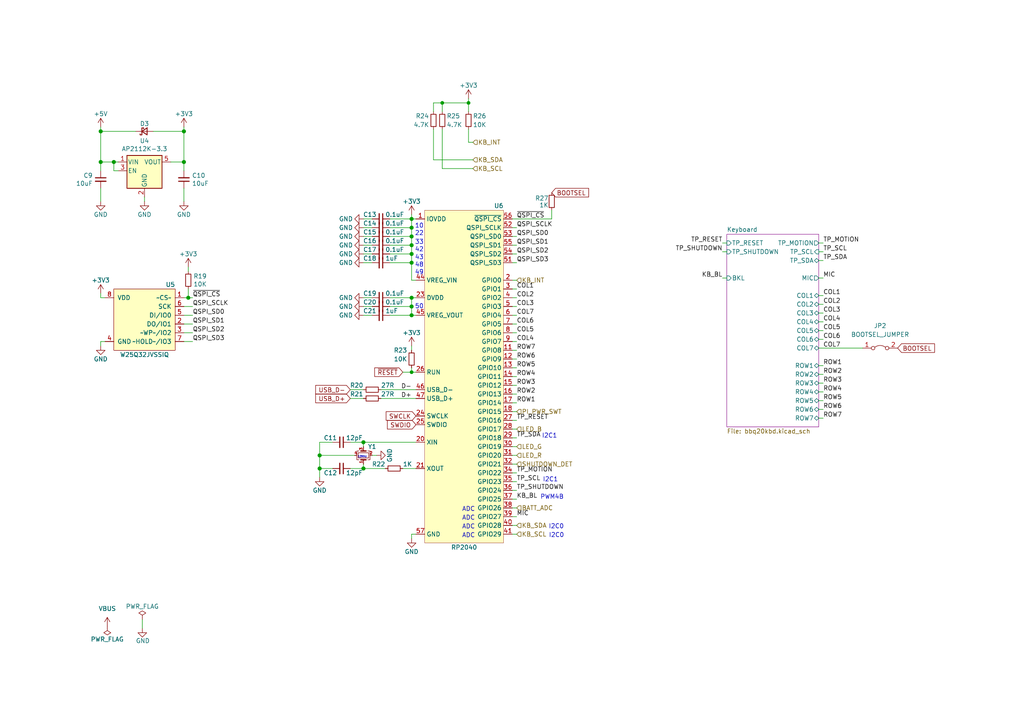
<source format=kicad_sch>
(kicad_sch (version 20230121) (generator eeschema)

  (uuid 6d8d4b23-ac18-4d5a-9d2b-77151eaaec25)

  (paper "A4")

  (title_block
    (title "RP2040")
    (date "2023-04-21")
    (rev "1.0")
    (comment 1 "CERN Open Hardware Licence v1.2")
    (comment 2 "https://github.com/solderparty/bbq20kbd_hw")
    (comment 3 "Modified for beepy")
    (comment 4 "Original Design By Solder Party AB")
  )

  (lib_symbols
    (symbol "Device:C_Small" (pin_numbers hide) (pin_names (offset 0.254) hide) (in_bom yes) (on_board yes)
      (property "Reference" "C" (at 0.254 1.778 0)
        (effects (font (size 1.27 1.27)) (justify left))
      )
      (property "Value" "C_Small" (at 0.254 -2.032 0)
        (effects (font (size 1.27 1.27)) (justify left))
      )
      (property "Footprint" "" (at 0 0 0)
        (effects (font (size 1.27 1.27)) hide)
      )
      (property "Datasheet" "~" (at 0 0 0)
        (effects (font (size 1.27 1.27)) hide)
      )
      (property "ki_keywords" "capacitor cap" (at 0 0 0)
        (effects (font (size 1.27 1.27)) hide)
      )
      (property "ki_description" "Unpolarized capacitor, small symbol" (at 0 0 0)
        (effects (font (size 1.27 1.27)) hide)
      )
      (property "ki_fp_filters" "C_*" (at 0 0 0)
        (effects (font (size 1.27 1.27)) hide)
      )
      (symbol "C_Small_0_1"
        (polyline
          (pts
            (xy -1.524 -0.508)
            (xy 1.524 -0.508)
          )
          (stroke (width 0.3302) (type default))
          (fill (type none))
        )
        (polyline
          (pts
            (xy -1.524 0.508)
            (xy 1.524 0.508)
          )
          (stroke (width 0.3048) (type default))
          (fill (type none))
        )
      )
      (symbol "C_Small_1_1"
        (pin passive line (at 0 2.54 270) (length 2.032)
          (name "~" (effects (font (size 1.27 1.27))))
          (number "1" (effects (font (size 1.27 1.27))))
        )
        (pin passive line (at 0 -2.54 90) (length 2.032)
          (name "~" (effects (font (size 1.27 1.27))))
          (number "2" (effects (font (size 1.27 1.27))))
        )
      )
    )
    (symbol "Device:Crystal_GND24_Small" (pin_names (offset 1.016) hide) (in_bom yes) (on_board yes)
      (property "Reference" "Y" (at 1.27 4.445 0)
        (effects (font (size 1.27 1.27)) (justify left))
      )
      (property "Value" "Crystal_GND24_Small" (at 1.27 2.54 0)
        (effects (font (size 1.27 1.27)) (justify left))
      )
      (property "Footprint" "" (at 0 0 0)
        (effects (font (size 1.27 1.27)) hide)
      )
      (property "Datasheet" "~" (at 0 0 0)
        (effects (font (size 1.27 1.27)) hide)
      )
      (property "ki_keywords" "quartz ceramic resonator oscillator" (at 0 0 0)
        (effects (font (size 1.27 1.27)) hide)
      )
      (property "ki_description" "Four pin crystal, GND on pins 2 and 4, small symbol" (at 0 0 0)
        (effects (font (size 1.27 1.27)) hide)
      )
      (property "ki_fp_filters" "Crystal*" (at 0 0 0)
        (effects (font (size 1.27 1.27)) hide)
      )
      (symbol "Crystal_GND24_Small_0_1"
        (rectangle (start -0.762 -1.524) (end 0.762 1.524)
          (stroke (width 0) (type default))
          (fill (type none))
        )
        (polyline
          (pts
            (xy -1.27 -0.762)
            (xy -1.27 0.762)
          )
          (stroke (width 0.381) (type default))
          (fill (type none))
        )
        (polyline
          (pts
            (xy 1.27 -0.762)
            (xy 1.27 0.762)
          )
          (stroke (width 0.381) (type default))
          (fill (type none))
        )
        (polyline
          (pts
            (xy -1.27 -1.27)
            (xy -1.27 -1.905)
            (xy 1.27 -1.905)
            (xy 1.27 -1.27)
          )
          (stroke (width 0) (type default))
          (fill (type none))
        )
        (polyline
          (pts
            (xy -1.27 1.27)
            (xy -1.27 1.905)
            (xy 1.27 1.905)
            (xy 1.27 1.27)
          )
          (stroke (width 0) (type default))
          (fill (type none))
        )
      )
      (symbol "Crystal_GND24_Small_1_1"
        (pin passive line (at -2.54 0 0) (length 1.27)
          (name "1" (effects (font (size 1.27 1.27))))
          (number "1" (effects (font (size 0.762 0.762))))
        )
        (pin passive line (at 0 -2.54 90) (length 0.635)
          (name "2" (effects (font (size 1.27 1.27))))
          (number "2" (effects (font (size 0.762 0.762))))
        )
        (pin passive line (at 2.54 0 180) (length 1.27)
          (name "3" (effects (font (size 1.27 1.27))))
          (number "3" (effects (font (size 0.762 0.762))))
        )
        (pin passive line (at 0 2.54 270) (length 0.635)
          (name "4" (effects (font (size 1.27 1.27))))
          (number "4" (effects (font (size 0.762 0.762))))
        )
      )
    )
    (symbol "Device:D_Schottky_Small" (pin_numbers hide) (pin_names (offset 0.254) hide) (in_bom yes) (on_board yes)
      (property "Reference" "D" (at -1.27 2.032 0)
        (effects (font (size 1.27 1.27)) (justify left))
      )
      (property "Value" "D_Schottky_Small" (at -7.112 -2.032 0)
        (effects (font (size 1.27 1.27)) (justify left))
      )
      (property "Footprint" "" (at 0 0 90)
        (effects (font (size 1.27 1.27)) hide)
      )
      (property "Datasheet" "~" (at 0 0 90)
        (effects (font (size 1.27 1.27)) hide)
      )
      (property "ki_keywords" "diode Schottky" (at 0 0 0)
        (effects (font (size 1.27 1.27)) hide)
      )
      (property "ki_description" "Schottky diode, small symbol" (at 0 0 0)
        (effects (font (size 1.27 1.27)) hide)
      )
      (property "ki_fp_filters" "TO-???* *_Diode_* *SingleDiode* D_*" (at 0 0 0)
        (effects (font (size 1.27 1.27)) hide)
      )
      (symbol "D_Schottky_Small_0_1"
        (polyline
          (pts
            (xy -0.762 0)
            (xy 0.762 0)
          )
          (stroke (width 0) (type default))
          (fill (type none))
        )
        (polyline
          (pts
            (xy 0.762 -1.016)
            (xy -0.762 0)
            (xy 0.762 1.016)
            (xy 0.762 -1.016)
          )
          (stroke (width 0.254) (type default))
          (fill (type none))
        )
        (polyline
          (pts
            (xy -1.27 0.762)
            (xy -1.27 1.016)
            (xy -0.762 1.016)
            (xy -0.762 -1.016)
            (xy -0.254 -1.016)
            (xy -0.254 -0.762)
          )
          (stroke (width 0.254) (type default))
          (fill (type none))
        )
      )
      (symbol "D_Schottky_Small_1_1"
        (pin passive line (at -2.54 0 0) (length 1.778)
          (name "K" (effects (font (size 1.27 1.27))))
          (number "1" (effects (font (size 1.27 1.27))))
        )
        (pin passive line (at 2.54 0 180) (length 1.778)
          (name "A" (effects (font (size 1.27 1.27))))
          (number "2" (effects (font (size 1.27 1.27))))
        )
      )
    )
    (symbol "Device:R_Small" (pin_numbers hide) (pin_names (offset 0.254) hide) (in_bom yes) (on_board yes)
      (property "Reference" "R" (at 0.762 0.508 0)
        (effects (font (size 1.27 1.27)) (justify left))
      )
      (property "Value" "R_Small" (at 0.762 -1.016 0)
        (effects (font (size 1.27 1.27)) (justify left))
      )
      (property "Footprint" "" (at 0 0 0)
        (effects (font (size 1.27 1.27)) hide)
      )
      (property "Datasheet" "~" (at 0 0 0)
        (effects (font (size 1.27 1.27)) hide)
      )
      (property "ki_keywords" "R resistor" (at 0 0 0)
        (effects (font (size 1.27 1.27)) hide)
      )
      (property "ki_description" "Resistor, small symbol" (at 0 0 0)
        (effects (font (size 1.27 1.27)) hide)
      )
      (property "ki_fp_filters" "R_*" (at 0 0 0)
        (effects (font (size 1.27 1.27)) hide)
      )
      (symbol "R_Small_0_1"
        (rectangle (start -0.762 1.778) (end 0.762 -1.778)
          (stroke (width 0.2032) (type default))
          (fill (type none))
        )
      )
      (symbol "R_Small_1_1"
        (pin passive line (at 0 2.54 270) (length 0.762)
          (name "~" (effects (font (size 1.27 1.27))))
          (number "1" (effects (font (size 1.27 1.27))))
        )
        (pin passive line (at 0 -2.54 90) (length 0.762)
          (name "~" (effects (font (size 1.27 1.27))))
          (number "2" (effects (font (size 1.27 1.27))))
        )
      )
    )
    (symbol "Jumper:Jumper_2_Bridged" (pin_names (offset 0) hide) (in_bom yes) (on_board yes)
      (property "Reference" "JP" (at 0 1.905 0)
        (effects (font (size 1.27 1.27)))
      )
      (property "Value" "Jumper_2_Bridged" (at 0 -2.54 0)
        (effects (font (size 1.27 1.27)))
      )
      (property "Footprint" "" (at 0 0 0)
        (effects (font (size 1.27 1.27)) hide)
      )
      (property "Datasheet" "~" (at 0 0 0)
        (effects (font (size 1.27 1.27)) hide)
      )
      (property "ki_keywords" "Jumper SPST" (at 0 0 0)
        (effects (font (size 1.27 1.27)) hide)
      )
      (property "ki_description" "Jumper, 2-pole, closed/bridged" (at 0 0 0)
        (effects (font (size 1.27 1.27)) hide)
      )
      (property "ki_fp_filters" "Jumper* TestPoint*2Pads* TestPoint*Bridge*" (at 0 0 0)
        (effects (font (size 1.27 1.27)) hide)
      )
      (symbol "Jumper_2_Bridged_0_0"
        (circle (center -2.032 0) (radius 0.508)
          (stroke (width 0) (type default))
          (fill (type none))
        )
        (circle (center 2.032 0) (radius 0.508)
          (stroke (width 0) (type default))
          (fill (type none))
        )
      )
      (symbol "Jumper_2_Bridged_0_1"
        (arc (start 1.524 0.254) (mid 0 0.762) (end -1.524 0.254)
          (stroke (width 0) (type default))
          (fill (type none))
        )
      )
      (symbol "Jumper_2_Bridged_1_1"
        (pin passive line (at -5.08 0 0) (length 2.54)
          (name "A" (effects (font (size 1.27 1.27))))
          (number "1" (effects (font (size 1.27 1.27))))
        )
        (pin passive line (at 5.08 0 180) (length 2.54)
          (name "B" (effects (font (size 1.27 1.27))))
          (number "2" (effects (font (size 1.27 1.27))))
        )
      )
    )
    (symbol "MCU_RaspberryPi:RP2040" (in_bom yes) (on_board yes)
      (property "Reference" "U" (at 11.43 1.27 0)
        (effects (font (size 1.27 1.27)))
      )
      (property "Value" "RP2040" (at 0 -97.79 0)
        (effects (font (size 1.27 1.27)))
      )
      (property "Footprint" "Package_DFN_QFN_Extra:QFN-56_EP_7x7_Pitch0.4mm" (at 0 -100.33 0)
        (effects (font (size 1.27 1.27)) hide)
      )
      (property "Datasheet" "https://datasheets.raspberrypi.org/rp2040/rp2040_datasheet.pdf" (at 0 -102.87 0)
        (effects (font (size 1.27 1.27)) hide)
      )
      (symbol "RP2040_0_0"
        (pin power_in line (at -13.97 -2.54 0) (length 2.54)
          (name "IOVDD" (effects (font (size 1.27 1.27))))
          (number "1" (effects (font (size 1.27 1.27))))
        )
        (pin passive line (at -13.97 -2.54 0) (length 2.54) hide
          (name "IOVDD" (effects (font (size 1.27 1.27))))
          (number "10" (effects (font (size 1.27 1.27))))
        )
        (pin bidirectional line (at 13.97 -40.64 180) (length 2.54)
          (name "GPIO8" (effects (font (size 1.27 1.27))))
          (number "11" (effects (font (size 1.27 1.27))))
        )
        (pin bidirectional line (at 13.97 -20.32 180) (length 2.54)
          (name "GPIO0" (effects (font (size 1.27 1.27))))
          (number "2" (effects (font (size 1.27 1.27))))
        )
        (pin bidirectional line (at 13.97 -22.86 180) (length 2.54)
          (name "GPIO1" (effects (font (size 1.27 1.27))))
          (number "3" (effects (font (size 1.27 1.27))))
        )
        (pin bidirectional line (at 13.97 -25.4 180) (length 2.54)
          (name "GPIO2" (effects (font (size 1.27 1.27))))
          (number "4" (effects (font (size 1.27 1.27))))
        )
        (pin bidirectional line (at 13.97 -27.94 180) (length 2.54)
          (name "GPIO3" (effects (font (size 1.27 1.27))))
          (number "5" (effects (font (size 1.27 1.27))))
        )
        (pin bidirectional line (at 13.97 -30.48 180) (length 2.54)
          (name "GPIO4" (effects (font (size 1.27 1.27))))
          (number "6" (effects (font (size 1.27 1.27))))
        )
        (pin bidirectional line (at 13.97 -33.02 180) (length 2.54)
          (name "GPIO5" (effects (font (size 1.27 1.27))))
          (number "7" (effects (font (size 1.27 1.27))))
        )
        (pin bidirectional line (at 13.97 -35.56 180) (length 2.54)
          (name "GPIO6" (effects (font (size 1.27 1.27))))
          (number "8" (effects (font (size 1.27 1.27))))
        )
        (pin bidirectional line (at 13.97 -38.1 180) (length 2.54)
          (name "GPIO7" (effects (font (size 1.27 1.27))))
          (number "9" (effects (font (size 1.27 1.27))))
        )
      )
      (symbol "RP2040_0_1"
        (rectangle (start -11.43 0) (end 11.43 -96.52)
          (stroke (width 0.001) (type default))
          (fill (type background))
        )
      )
      (symbol "RP2040_1_1"
        (pin bidirectional line (at 13.97 -43.18 180) (length 2.54)
          (name "GPIO9" (effects (font (size 1.27 1.27))))
          (number "12" (effects (font (size 1.27 1.27))))
        )
        (pin bidirectional line (at 13.97 -45.72 180) (length 2.54)
          (name "GPIO10" (effects (font (size 1.27 1.27))))
          (number "13" (effects (font (size 1.27 1.27))))
        )
        (pin bidirectional line (at 13.97 -48.26 180) (length 2.54)
          (name "GPIO11" (effects (font (size 1.27 1.27))))
          (number "14" (effects (font (size 1.27 1.27))))
        )
        (pin bidirectional line (at 13.97 -50.8 180) (length 2.54)
          (name "GPIO12" (effects (font (size 1.27 1.27))))
          (number "15" (effects (font (size 1.27 1.27))))
        )
        (pin bidirectional line (at 13.97 -53.34 180) (length 2.54)
          (name "GPIO13" (effects (font (size 1.27 1.27))))
          (number "16" (effects (font (size 1.27 1.27))))
        )
        (pin bidirectional line (at 13.97 -55.88 180) (length 2.54)
          (name "GPIO14" (effects (font (size 1.27 1.27))))
          (number "17" (effects (font (size 1.27 1.27))))
        )
        (pin bidirectional line (at 13.97 -58.42 180) (length 2.54)
          (name "GPIO15" (effects (font (size 1.27 1.27))))
          (number "18" (effects (font (size 1.27 1.27))))
        )
        (pin passive line (at -13.97 -93.98 0) (length 2.54) hide
          (name "TESTEN" (effects (font (size 1.27 1.27))))
          (number "19" (effects (font (size 1.27 1.27))))
        )
        (pin input line (at -13.97 -67.31 0) (length 2.54)
          (name "XIN" (effects (font (size 1.27 1.27))))
          (number "20" (effects (font (size 1.27 1.27))))
        )
        (pin output line (at -13.97 -74.93 0) (length 2.54)
          (name "XOUT" (effects (font (size 1.27 1.27))))
          (number "21" (effects (font (size 1.27 1.27))))
        )
        (pin passive line (at -13.97 -2.54 0) (length 2.54) hide
          (name "IOVDD" (effects (font (size 1.27 1.27))))
          (number "22" (effects (font (size 1.27 1.27))))
        )
        (pin power_in line (at -13.97 -25.4 0) (length 2.54)
          (name "DVDD" (effects (font (size 1.27 1.27))))
          (number "23" (effects (font (size 1.27 1.27))))
        )
        (pin input line (at -13.97 -59.69 0) (length 2.54)
          (name "SWCLK" (effects (font (size 1.27 1.27))))
          (number "24" (effects (font (size 1.27 1.27))))
        )
        (pin bidirectional line (at -13.97 -62.23 0) (length 2.54)
          (name "SWDIO" (effects (font (size 1.27 1.27))))
          (number "25" (effects (font (size 1.27 1.27))))
        )
        (pin input line (at -13.97 -46.99 0) (length 2.54)
          (name "RUN" (effects (font (size 1.27 1.27))))
          (number "26" (effects (font (size 1.27 1.27))))
        )
        (pin bidirectional line (at 13.97 -60.96 180) (length 2.54)
          (name "GPIO16" (effects (font (size 1.27 1.27))))
          (number "27" (effects (font (size 1.27 1.27))))
        )
        (pin bidirectional line (at 13.97 -63.5 180) (length 2.54)
          (name "GPIO17" (effects (font (size 1.27 1.27))))
          (number "28" (effects (font (size 1.27 1.27))))
        )
        (pin bidirectional line (at 13.97 -66.04 180) (length 2.54)
          (name "GPIO18" (effects (font (size 1.27 1.27))))
          (number "29" (effects (font (size 1.27 1.27))))
        )
        (pin bidirectional line (at 13.97 -68.58 180) (length 2.54)
          (name "GPIO19" (effects (font (size 1.27 1.27))))
          (number "30" (effects (font (size 1.27 1.27))))
        )
        (pin bidirectional line (at 13.97 -71.12 180) (length 2.54)
          (name "GPIO20" (effects (font (size 1.27 1.27))))
          (number "31" (effects (font (size 1.27 1.27))))
        )
        (pin bidirectional line (at 13.97 -73.66 180) (length 2.54)
          (name "GPIO21" (effects (font (size 1.27 1.27))))
          (number "32" (effects (font (size 1.27 1.27))))
        )
        (pin passive line (at -13.97 -2.54 0) (length 2.54) hide
          (name "IOVDD" (effects (font (size 1.27 1.27))))
          (number "33" (effects (font (size 1.27 1.27))))
        )
        (pin bidirectional line (at 13.97 -76.2 180) (length 2.54)
          (name "GPIO22" (effects (font (size 1.27 1.27))))
          (number "34" (effects (font (size 1.27 1.27))))
        )
        (pin bidirectional line (at 13.97 -78.74 180) (length 2.54)
          (name "GPIO23" (effects (font (size 1.27 1.27))))
          (number "35" (effects (font (size 1.27 1.27))))
        )
        (pin bidirectional line (at 13.97 -81.28 180) (length 2.54)
          (name "GPIO24" (effects (font (size 1.27 1.27))))
          (number "36" (effects (font (size 1.27 1.27))))
        )
        (pin bidirectional line (at 13.97 -83.82 180) (length 2.54)
          (name "GPIO25" (effects (font (size 1.27 1.27))))
          (number "37" (effects (font (size 1.27 1.27))))
        )
        (pin bidirectional line (at 13.97 -86.36 180) (length 2.54)
          (name "GPIO26" (effects (font (size 1.27 1.27))))
          (number "38" (effects (font (size 1.27 1.27))))
        )
        (pin bidirectional line (at 13.97 -88.9 180) (length 2.54)
          (name "GPIO27" (effects (font (size 1.27 1.27))))
          (number "39" (effects (font (size 1.27 1.27))))
        )
        (pin bidirectional line (at 13.97 -91.44 180) (length 2.54)
          (name "GPIO28" (effects (font (size 1.27 1.27))))
          (number "40" (effects (font (size 1.27 1.27))))
        )
        (pin bidirectional line (at 13.97 -93.98 180) (length 2.54)
          (name "GPIO29" (effects (font (size 1.27 1.27))))
          (number "41" (effects (font (size 1.27 1.27))))
        )
        (pin passive line (at -13.97 -2.54 0) (length 2.54) hide
          (name "IOVDD" (effects (font (size 1.27 1.27))))
          (number "42" (effects (font (size 1.27 1.27))))
        )
        (pin passive line (at -13.97 -2.54 0) (length 2.54) hide
          (name "ADC_AVDD" (effects (font (size 1.27 1.27))))
          (number "43" (effects (font (size 1.27 1.27))))
        )
        (pin power_in line (at -13.97 -20.32 0) (length 2.54)
          (name "VREG_VIN" (effects (font (size 1.27 1.27))))
          (number "44" (effects (font (size 1.27 1.27))))
        )
        (pin power_out line (at -13.97 -30.48 0) (length 2.54)
          (name "VREG_VOUT" (effects (font (size 1.27 1.27))))
          (number "45" (effects (font (size 1.27 1.27))))
        )
        (pin bidirectional line (at -13.97 -52.07 0) (length 2.54)
          (name "USB_D-" (effects (font (size 1.27 1.27))))
          (number "46" (effects (font (size 1.27 1.27))))
        )
        (pin bidirectional line (at -13.97 -54.61 0) (length 2.54)
          (name "USB_D+" (effects (font (size 1.27 1.27))))
          (number "47" (effects (font (size 1.27 1.27))))
        )
        (pin passive line (at -13.97 -2.54 0) (length 2.54) hide
          (name "USB_VDD" (effects (font (size 1.27 1.27))))
          (number "48" (effects (font (size 1.27 1.27))))
        )
        (pin passive line (at -13.97 -2.54 0) (length 2.54) hide
          (name "IOVDD" (effects (font (size 1.27 1.27))))
          (number "49" (effects (font (size 1.27 1.27))))
        )
        (pin passive line (at -13.97 -25.4 0) (length 2.54) hide
          (name "DVDD" (effects (font (size 1.27 1.27))))
          (number "50" (effects (font (size 1.27 1.27))))
        )
        (pin bidirectional line (at 13.97 -15.24 180) (length 2.54)
          (name "QSPI_SD3" (effects (font (size 1.27 1.27))))
          (number "51" (effects (font (size 1.27 1.27))))
        )
        (pin output line (at 13.97 -5.08 180) (length 2.54)
          (name "QSPI_SCLK" (effects (font (size 1.27 1.27))))
          (number "52" (effects (font (size 1.27 1.27))))
        )
        (pin bidirectional line (at 13.97 -7.62 180) (length 2.54)
          (name "QSPI_SD0" (effects (font (size 1.27 1.27))))
          (number "53" (effects (font (size 1.27 1.27))))
        )
        (pin bidirectional line (at 13.97 -12.7 180) (length 2.54)
          (name "QSPI_SD2" (effects (font (size 1.27 1.27))))
          (number "54" (effects (font (size 1.27 1.27))))
        )
        (pin bidirectional line (at 13.97 -10.16 180) (length 2.54)
          (name "QSPI_SD1" (effects (font (size 1.27 1.27))))
          (number "55" (effects (font (size 1.27 1.27))))
        )
        (pin input line (at 13.97 -2.54 180) (length 2.54)
          (name "~{QSPI_CS}" (effects (font (size 1.27 1.27))))
          (number "56" (effects (font (size 1.27 1.27))))
        )
        (pin power_in line (at -13.97 -93.98 0) (length 2.54)
          (name "GND" (effects (font (size 1.27 1.27))))
          (number "57" (effects (font (size 1.27 1.27))))
        )
      )
    )
    (symbol "Memory_Flash_Extra:W25Q64JV" (pin_names (offset 1.016)) (in_bom yes) (on_board yes)
      (property "Reference" "U" (at 8.89 10.16 0)
        (effects (font (size 1.27 1.27)) (justify right))
      )
      (property "Value" "W25Q64JV" (at 0 -10.16 0)
        (effects (font (size 1.27 1.27)))
      )
      (property "Footprint" "Package_SON:WSON-8-1EP_6x5mm_P1.27mm_EP3.4x4mm" (at 0 -12.7 0)
        (effects (font (size 1.27 1.27)) hide)
      )
      (property "Datasheet" "" (at 0 -15.24 0)
        (effects (font (size 1.27 1.27)) hide)
      )
      (symbol "W25Q64JV_0_1"
        (rectangle (start -8.89 8.89) (end 8.89 -8.89)
          (stroke (width 0) (type default))
          (fill (type background))
        )
      )
      (symbol "W25Q64JV_1_1"
        (pin input line (at 11.43 6.35 180) (length 2.54)
          (name "~CS~" (effects (font (size 1.27 1.27))))
          (number "1" (effects (font (size 1.27 1.27))))
        )
        (pin bidirectional line (at 11.43 -1.27 180) (length 2.54)
          (name "DO/IO1" (effects (font (size 1.27 1.27))))
          (number "2" (effects (font (size 1.27 1.27))))
        )
        (pin bidirectional line (at 11.43 -3.81 180) (length 2.54)
          (name "~WP~/IO2" (effects (font (size 1.27 1.27))))
          (number "3" (effects (font (size 1.27 1.27))))
        )
        (pin power_in line (at -11.43 -6.35 0) (length 2.54)
          (name "GND" (effects (font (size 1.27 1.27))))
          (number "4" (effects (font (size 1.27 1.27))))
        )
        (pin bidirectional line (at 11.43 1.27 180) (length 2.54)
          (name "DI/IO0" (effects (font (size 1.27 1.27))))
          (number "5" (effects (font (size 1.27 1.27))))
        )
        (pin input line (at 11.43 3.81 180) (length 2.54)
          (name "SCK" (effects (font (size 1.27 1.27))))
          (number "6" (effects (font (size 1.27 1.27))))
        )
        (pin bidirectional line (at 11.43 -6.35 180) (length 2.54)
          (name "~HOLD~/IO3" (effects (font (size 1.27 1.27))))
          (number "7" (effects (font (size 1.27 1.27))))
        )
        (pin power_in line (at -11.43 6.35 0) (length 2.54)
          (name "VDD" (effects (font (size 1.27 1.27))))
          (number "8" (effects (font (size 1.27 1.27))))
        )
        (pin passive line (at -11.43 -6.35 0) (length 2.54) hide
          (name "GND" (effects (font (size 1.27 1.27))))
          (number "9" (effects (font (size 1.27 1.27))))
        )
      )
    )
    (symbol "Regulator_Linear:AP2112K-3.3" (pin_names (offset 0.254)) (in_bom yes) (on_board yes)
      (property "Reference" "U" (at -5.08 5.715 0)
        (effects (font (size 1.27 1.27)) (justify left))
      )
      (property "Value" "AP2112K-3.3" (at 0 5.715 0)
        (effects (font (size 1.27 1.27)) (justify left))
      )
      (property "Footprint" "Package_TO_SOT_SMD:SOT-23-5" (at 0 8.255 0)
        (effects (font (size 1.27 1.27)) hide)
      )
      (property "Datasheet" "https://www.diodes.com/assets/Datasheets/AP2112.pdf" (at 0 2.54 0)
        (effects (font (size 1.27 1.27)) hide)
      )
      (property "ki_keywords" "linear regulator ldo fixed positive" (at 0 0 0)
        (effects (font (size 1.27 1.27)) hide)
      )
      (property "ki_description" "600mA low dropout linear regulator, with enable pin, 3.8V-6V input voltage range, 3.3V fixed positive output, SOT-23-5" (at 0 0 0)
        (effects (font (size 1.27 1.27)) hide)
      )
      (property "ki_fp_filters" "SOT?23?5*" (at 0 0 0)
        (effects (font (size 1.27 1.27)) hide)
      )
      (symbol "AP2112K-3.3_0_1"
        (rectangle (start -5.08 4.445) (end 5.08 -5.08)
          (stroke (width 0.254) (type default))
          (fill (type background))
        )
      )
      (symbol "AP2112K-3.3_1_1"
        (pin power_in line (at -7.62 2.54 0) (length 2.54)
          (name "VIN" (effects (font (size 1.27 1.27))))
          (number "1" (effects (font (size 1.27 1.27))))
        )
        (pin power_in line (at 0 -7.62 90) (length 2.54)
          (name "GND" (effects (font (size 1.27 1.27))))
          (number "2" (effects (font (size 1.27 1.27))))
        )
        (pin input line (at -7.62 0 0) (length 2.54)
          (name "EN" (effects (font (size 1.27 1.27))))
          (number "3" (effects (font (size 1.27 1.27))))
        )
        (pin no_connect line (at 5.08 0 180) (length 2.54) hide
          (name "NC" (effects (font (size 1.27 1.27))))
          (number "4" (effects (font (size 1.27 1.27))))
        )
        (pin power_out line (at 7.62 2.54 180) (length 2.54)
          (name "VOUT" (effects (font (size 1.27 1.27))))
          (number "5" (effects (font (size 1.27 1.27))))
        )
      )
    )
    (symbol "power:+3.3V" (power) (pin_names (offset 0)) (in_bom yes) (on_board yes)
      (property "Reference" "#PWR" (at 0 -3.81 0)
        (effects (font (size 1.27 1.27)) hide)
      )
      (property "Value" "+3.3V" (at 0 3.556 0)
        (effects (font (size 1.27 1.27)))
      )
      (property "Footprint" "" (at 0 0 0)
        (effects (font (size 1.27 1.27)) hide)
      )
      (property "Datasheet" "" (at 0 0 0)
        (effects (font (size 1.27 1.27)) hide)
      )
      (property "ki_keywords" "power-flag" (at 0 0 0)
        (effects (font (size 1.27 1.27)) hide)
      )
      (property "ki_description" "Power symbol creates a global label with name \"+3.3V\"" (at 0 0 0)
        (effects (font (size 1.27 1.27)) hide)
      )
      (symbol "+3.3V_0_1"
        (polyline
          (pts
            (xy -0.762 1.27)
            (xy 0 2.54)
          )
          (stroke (width 0) (type default))
          (fill (type none))
        )
        (polyline
          (pts
            (xy 0 0)
            (xy 0 2.54)
          )
          (stroke (width 0) (type default))
          (fill (type none))
        )
        (polyline
          (pts
            (xy 0 2.54)
            (xy 0.762 1.27)
          )
          (stroke (width 0) (type default))
          (fill (type none))
        )
      )
      (symbol "+3.3V_1_1"
        (pin power_in line (at 0 0 90) (length 0) hide
          (name "+3V3" (effects (font (size 1.27 1.27))))
          (number "1" (effects (font (size 1.27 1.27))))
        )
      )
    )
    (symbol "power:+5V" (power) (pin_names (offset 0)) (in_bom yes) (on_board yes)
      (property "Reference" "#PWR" (at 0 -3.81 0)
        (effects (font (size 1.27 1.27)) hide)
      )
      (property "Value" "+5V" (at 0 3.556 0)
        (effects (font (size 1.27 1.27)))
      )
      (property "Footprint" "" (at 0 0 0)
        (effects (font (size 1.27 1.27)) hide)
      )
      (property "Datasheet" "" (at 0 0 0)
        (effects (font (size 1.27 1.27)) hide)
      )
      (property "ki_keywords" "power-flag" (at 0 0 0)
        (effects (font (size 1.27 1.27)) hide)
      )
      (property "ki_description" "Power symbol creates a global label with name \"+5V\"" (at 0 0 0)
        (effects (font (size 1.27 1.27)) hide)
      )
      (symbol "+5V_0_1"
        (polyline
          (pts
            (xy -0.762 1.27)
            (xy 0 2.54)
          )
          (stroke (width 0) (type default))
          (fill (type none))
        )
        (polyline
          (pts
            (xy 0 0)
            (xy 0 2.54)
          )
          (stroke (width 0) (type default))
          (fill (type none))
        )
        (polyline
          (pts
            (xy 0 2.54)
            (xy 0.762 1.27)
          )
          (stroke (width 0) (type default))
          (fill (type none))
        )
      )
      (symbol "+5V_1_1"
        (pin power_in line (at 0 0 90) (length 0) hide
          (name "+5V" (effects (font (size 1.27 1.27))))
          (number "1" (effects (font (size 1.27 1.27))))
        )
      )
    )
    (symbol "power:GND" (power) (pin_names (offset 0)) (in_bom yes) (on_board yes)
      (property "Reference" "#PWR" (at 0 -6.35 0)
        (effects (font (size 1.27 1.27)) hide)
      )
      (property "Value" "GND" (at 0 -3.81 0)
        (effects (font (size 1.27 1.27)))
      )
      (property "Footprint" "" (at 0 0 0)
        (effects (font (size 1.27 1.27)) hide)
      )
      (property "Datasheet" "" (at 0 0 0)
        (effects (font (size 1.27 1.27)) hide)
      )
      (property "ki_keywords" "power-flag" (at 0 0 0)
        (effects (font (size 1.27 1.27)) hide)
      )
      (property "ki_description" "Power symbol creates a global label with name \"GND\" , ground" (at 0 0 0)
        (effects (font (size 1.27 1.27)) hide)
      )
      (symbol "GND_0_1"
        (polyline
          (pts
            (xy 0 0)
            (xy 0 -1.27)
            (xy 1.27 -1.27)
            (xy 0 -2.54)
            (xy -1.27 -1.27)
            (xy 0 -1.27)
          )
          (stroke (width 0) (type default))
          (fill (type none))
        )
      )
      (symbol "GND_1_1"
        (pin power_in line (at 0 0 270) (length 0) hide
          (name "GND" (effects (font (size 1.27 1.27))))
          (number "1" (effects (font (size 1.27 1.27))))
        )
      )
    )
    (symbol "power:PWR_FLAG" (power) (pin_numbers hide) (pin_names (offset 0) hide) (in_bom yes) (on_board yes)
      (property "Reference" "#FLG" (at 0 1.905 0)
        (effects (font (size 1.27 1.27)) hide)
      )
      (property "Value" "PWR_FLAG" (at 0 3.81 0)
        (effects (font (size 1.27 1.27)))
      )
      (property "Footprint" "" (at 0 0 0)
        (effects (font (size 1.27 1.27)) hide)
      )
      (property "Datasheet" "~" (at 0 0 0)
        (effects (font (size 1.27 1.27)) hide)
      )
      (property "ki_keywords" "power-flag" (at 0 0 0)
        (effects (font (size 1.27 1.27)) hide)
      )
      (property "ki_description" "Special symbol for telling ERC where power comes from" (at 0 0 0)
        (effects (font (size 1.27 1.27)) hide)
      )
      (symbol "PWR_FLAG_0_0"
        (pin power_out line (at 0 0 90) (length 0)
          (name "pwr" (effects (font (size 1.27 1.27))))
          (number "1" (effects (font (size 1.27 1.27))))
        )
      )
      (symbol "PWR_FLAG_0_1"
        (polyline
          (pts
            (xy 0 0)
            (xy 0 1.27)
            (xy -1.016 1.905)
            (xy 0 2.54)
            (xy 1.016 1.905)
            (xy 0 1.27)
          )
          (stroke (width 0) (type default))
          (fill (type none))
        )
      )
    )
    (symbol "power:VBUS" (power) (pin_names (offset 0)) (in_bom yes) (on_board yes)
      (property "Reference" "#PWR" (at 0 -3.81 0)
        (effects (font (size 1.27 1.27)) hide)
      )
      (property "Value" "VBUS" (at 0 3.81 0)
        (effects (font (size 1.27 1.27)))
      )
      (property "Footprint" "" (at 0 0 0)
        (effects (font (size 1.27 1.27)) hide)
      )
      (property "Datasheet" "" (at 0 0 0)
        (effects (font (size 1.27 1.27)) hide)
      )
      (property "ki_keywords" "power-flag" (at 0 0 0)
        (effects (font (size 1.27 1.27)) hide)
      )
      (property "ki_description" "Power symbol creates a global label with name \"VBUS\"" (at 0 0 0)
        (effects (font (size 1.27 1.27)) hide)
      )
      (symbol "VBUS_0_1"
        (polyline
          (pts
            (xy -0.762 1.27)
            (xy 0 2.54)
          )
          (stroke (width 0) (type default))
          (fill (type none))
        )
        (polyline
          (pts
            (xy 0 0)
            (xy 0 2.54)
          )
          (stroke (width 0) (type default))
          (fill (type none))
        )
        (polyline
          (pts
            (xy 0 2.54)
            (xy 0.762 1.27)
          )
          (stroke (width 0) (type default))
          (fill (type none))
        )
      )
      (symbol "VBUS_1_1"
        (pin power_in line (at 0 0 90) (length 0) hide
          (name "VBUS" (effects (font (size 1.27 1.27))))
          (number "1" (effects (font (size 1.27 1.27))))
        )
      )
    )
  )

  (junction (at 92.71 132.08) (diameter 1.016) (color 0 0 0 0)
    (uuid 11bb6fcb-9ef6-4e12-9d6b-33df57416559)
  )
  (junction (at 54.61 86.36) (diameter 1.016) (color 0 0 0 0)
    (uuid 27af9840-8761-4495-b8d6-f82ed3d43a78)
  )
  (junction (at 105.41 128.27) (diameter 1.016) (color 0 0 0 0)
    (uuid 29cee188-f7d0-4ae1-8d7a-613020246183)
  )
  (junction (at 92.71 135.89) (diameter 1.016) (color 0 0 0 0)
    (uuid 2b424e4b-192e-4891-b8d3-d807c6c94095)
  )
  (junction (at 119.38 71.12) (diameter 1.016) (color 0 0 0 0)
    (uuid 2c5cdef1-31c9-4009-8864-69e8da29304e)
  )
  (junction (at 29.21 38.1) (diameter 1.016) (color 0 0 0 0)
    (uuid 3cf73b89-6a8e-4ab9-9cc9-8efb67f34fd8)
  )
  (junction (at 105.41 135.89) (diameter 1.016) (color 0 0 0 0)
    (uuid 4051c2ee-c64a-4f47-9f11-e396bacc35c4)
  )
  (junction (at 53.34 38.1) (diameter 1.016) (color 0 0 0 0)
    (uuid 4cb19077-b1ff-4282-b348-b56eb2ea000f)
  )
  (junction (at 53.34 46.99) (diameter 1.016) (color 0 0 0 0)
    (uuid 52c0639d-eb3d-4a59-ad85-3b2ce6b6c13b)
  )
  (junction (at 119.38 88.9) (diameter 1.016) (color 0 0 0 0)
    (uuid 6cdd3965-a5b8-40b7-b7b5-b24635b4adbb)
  )
  (junction (at 119.38 86.36) (diameter 1.016) (color 0 0 0 0)
    (uuid 75bc7965-ff00-4943-a362-a30750fe084d)
  )
  (junction (at 33.02 46.99) (diameter 1.016) (color 0 0 0 0)
    (uuid 977dd49b-2030-4c7a-b58a-f2a28fe5c6dc)
  )
  (junction (at 119.38 107.95) (diameter 0) (color 0 0 0 0)
    (uuid 98a5dfe7-233d-435c-bb43-89e12aa7722e)
  )
  (junction (at 119.38 73.66) (diameter 1.016) (color 0 0 0 0)
    (uuid a0eed0ab-8d62-487d-a4c3-6f7367ac8c28)
  )
  (junction (at 135.89 29.845) (diameter 0) (color 0 0 0 0)
    (uuid a5e2ae64-1892-4305-bae3-69c866920caf)
  )
  (junction (at 119.38 68.58) (diameter 1.016) (color 0 0 0 0)
    (uuid a9d06ed7-5c94-4158-b6dc-f6b2589d861a)
  )
  (junction (at 119.38 66.04) (diameter 1.016) (color 0 0 0 0)
    (uuid afb0da65-eac1-4005-9ebf-a192a2bf9f58)
  )
  (junction (at 119.38 91.44) (diameter 1.016) (color 0 0 0 0)
    (uuid b28fdceb-6caf-4060-8896-805c283ef92f)
  )
  (junction (at 119.38 63.5) (diameter 1.016) (color 0 0 0 0)
    (uuid ba35309d-3500-4c77-9b25-9eb308f9830f)
  )
  (junction (at 128.27 29.845) (diameter 0) (color 0 0 0 0)
    (uuid c632fec4-862c-4c7b-9f62-592f6bc400dd)
  )
  (junction (at 29.21 46.99) (diameter 1.016) (color 0 0 0 0)
    (uuid cf62f976-98ef-4d15-90cb-dd65f23451b6)
  )
  (junction (at 119.38 76.2) (diameter 1.016) (color 0 0 0 0)
    (uuid e376e79d-a61f-4389-a0d1-53bd111a16a5)
  )

  (wire (pts (xy 148.59 149.86) (xy 149.86 149.86))
    (stroke (width 0) (type solid))
    (uuid 00b3bd23-1b2e-41a2-90a6-fe56e40ecc4b)
  )
  (wire (pts (xy 119.38 107.95) (xy 120.65 107.95))
    (stroke (width 0) (type solid))
    (uuid 023a38dc-e39e-4340-9f13-1f7ab7445fe2)
  )
  (wire (pts (xy 53.34 96.52) (xy 55.88 96.52))
    (stroke (width 0) (type solid))
    (uuid 02e38042-ee3a-4a49-93a9-25817da84452)
  )
  (wire (pts (xy 113.03 86.36) (xy 119.38 86.36))
    (stroke (width 0) (type solid))
    (uuid 034c42a2-4314-43e9-8908-3133179e7c9c)
  )
  (wire (pts (xy 119.38 91.44) (xy 119.38 88.9))
    (stroke (width 0) (type solid))
    (uuid 05c81650-0727-4671-8ccc-021ffb5bf969)
  )
  (wire (pts (xy 105.41 71.12) (xy 107.95 71.12))
    (stroke (width 0) (type solid))
    (uuid 0682cb4c-5d6e-438c-9039-eb157a02c766)
  )
  (wire (pts (xy 237.49 93.345) (xy 238.76 93.345))
    (stroke (width 0) (type solid))
    (uuid 07552909-4b98-4a6c-abf8-9802ed96d374)
  )
  (wire (pts (xy 148.59 93.98) (xy 149.86 93.98))
    (stroke (width 0) (type solid))
    (uuid 08497293-1242-4d16-9765-8d79651e2c73)
  )
  (wire (pts (xy 148.59 139.7) (xy 149.86 139.7))
    (stroke (width 0) (type solid))
    (uuid 085a7ee0-c0ea-48bd-a14a-5a4102896d7a)
  )
  (wire (pts (xy 237.49 116.205) (xy 238.76 116.205))
    (stroke (width 0) (type solid))
    (uuid 0a1779ff-6715-4df3-9ad8-95c481b0b818)
  )
  (wire (pts (xy 119.38 76.2) (xy 119.38 81.28))
    (stroke (width 0) (type solid))
    (uuid 0a5fb74b-2e98-4ae2-801a-ef014957b18a)
  )
  (wire (pts (xy 53.34 86.36) (xy 54.61 86.36))
    (stroke (width 0) (type solid))
    (uuid 0ad9b44f-ac8a-4b7e-bad2-b6df19e9c197)
  )
  (wire (pts (xy 29.21 46.99) (xy 33.02 46.99))
    (stroke (width 0) (type solid))
    (uuid 0b4009f1-e9c0-441c-be58-4e8d5316d79f)
  )
  (wire (pts (xy 148.59 134.62) (xy 149.86 134.62))
    (stroke (width 0) (type solid))
    (uuid 0dd63555-5c4f-49a2-9358-b63e1f2bc0b9)
  )
  (wire (pts (xy 107.95 132.08) (xy 109.22 132.08))
    (stroke (width 0) (type solid))
    (uuid 101b1903-c95f-461a-9d55-123d370adb4e)
  )
  (wire (pts (xy 148.59 129.54) (xy 149.86 129.54))
    (stroke (width 0) (type solid))
    (uuid 12d9cdf9-8e3a-481f-9a35-9d1cb05009ff)
  )
  (wire (pts (xy 148.59 86.36) (xy 149.86 86.36))
    (stroke (width 0) (type solid))
    (uuid 151c9a92-7fed-4314-8f95-2dd965003dae)
  )
  (wire (pts (xy 135.89 37.465) (xy 135.89 41.275))
    (stroke (width 0) (type default))
    (uuid 16545d76-3629-49d5-b5e9-4e857bb3e815)
  )
  (wire (pts (xy 148.59 152.4) (xy 149.86 152.4))
    (stroke (width 0) (type solid))
    (uuid 18f18395-9e6c-4f85-8d05-13f6d56e8e6a)
  )
  (wire (pts (xy 237.49 73.025) (xy 238.76 73.025))
    (stroke (width 0) (type solid))
    (uuid 199275d2-aab3-48a4-87ae-9e9ffe144cc8)
  )
  (wire (pts (xy 148.59 127) (xy 149.86 127))
    (stroke (width 0) (type solid))
    (uuid 1bcffea0-0932-42ba-a2e4-4d5be96e0a78)
  )
  (wire (pts (xy 102.87 132.08) (xy 92.71 132.08))
    (stroke (width 0) (type solid))
    (uuid 1bdf3e88-192b-4f8f-93d2-14c902a26ca7)
  )
  (wire (pts (xy 105.41 135.89) (xy 111.76 135.89))
    (stroke (width 0) (type solid))
    (uuid 1bf2ed88-c050-42d5-b0fc-9e5fd913ac9b)
  )
  (wire (pts (xy 119.38 100.33) (xy 119.38 101.6))
    (stroke (width 0) (type solid))
    (uuid 2134c5d6-7511-4bdb-9843-53f3a76776bc)
  )
  (wire (pts (xy 237.49 118.745) (xy 238.76 118.745))
    (stroke (width 0) (type solid))
    (uuid 218f33e6-fe15-4b18-93c3-1f11fd894f1a)
  )
  (wire (pts (xy 53.34 54.61) (xy 53.34 58.42))
    (stroke (width 0) (type solid))
    (uuid 2260bd0a-1f97-4e66-8c19-b3664484467d)
  )
  (wire (pts (xy 128.27 48.895) (xy 137.16 48.895))
    (stroke (width 0) (type solid))
    (uuid 22c61901-32f8-4415-a39b-7a04ff68fdac)
  )
  (wire (pts (xy 119.38 63.5) (xy 120.65 63.5))
    (stroke (width 0) (type solid))
    (uuid 23a11d79-cc11-4d03-8a4c-0fc5eba048a5)
  )
  (wire (pts (xy 209.55 73.025) (xy 210.82 73.025))
    (stroke (width 0) (type solid))
    (uuid 24c9269a-e62f-452b-9333-f85c4e36f4c7)
  )
  (wire (pts (xy 148.59 147.32) (xy 149.86 147.32))
    (stroke (width 0) (type default))
    (uuid 24ff3513-841c-4e11-93f6-aa4083ef9395)
  )
  (wire (pts (xy 113.03 63.5) (xy 119.38 63.5))
    (stroke (width 0) (type solid))
    (uuid 26cd0729-8468-402d-ab23-132c6141db3d)
  )
  (wire (pts (xy 105.41 76.2) (xy 107.95 76.2))
    (stroke (width 0) (type solid))
    (uuid 2789ef94-46cb-43d6-81c5-cb4e5ec5b37b)
  )
  (wire (pts (xy 128.27 29.845) (xy 135.89 29.845))
    (stroke (width 0) (type default))
    (uuid 2af9358f-a80c-4cb0-9bfd-5b2390924016)
  )
  (wire (pts (xy 119.38 154.94) (xy 119.38 156.21))
    (stroke (width 0) (type solid))
    (uuid 2b70c48d-1739-4880-8f83-0b896c303f6b)
  )
  (wire (pts (xy 55.88 86.36) (xy 54.61 86.36))
    (stroke (width 0) (type solid))
    (uuid 2d459683-f2b8-4f3d-8051-c1fabfd7df5d)
  )
  (wire (pts (xy 149.86 68.58) (xy 148.59 68.58))
    (stroke (width 0) (type solid))
    (uuid 2e691fa0-57d1-4f28-85cd-0cd5ea4a0156)
  )
  (wire (pts (xy 148.59 137.16) (xy 149.86 137.16))
    (stroke (width 0) (type solid))
    (uuid 32afbc6e-6cf1-4580-a02f-0c1b4e28e2af)
  )
  (wire (pts (xy 148.59 124.46) (xy 149.86 124.46))
    (stroke (width 0) (type solid))
    (uuid 363b0e1f-21f6-4612-9762-0c2dd2a3e300)
  )
  (wire (pts (xy 105.41 91.44) (xy 107.95 91.44))
    (stroke (width 0) (type solid))
    (uuid 3d3a53b5-3268-4709-8720-c1e22862ddf3)
  )
  (wire (pts (xy 237.49 106.045) (xy 238.76 106.045))
    (stroke (width 0) (type solid))
    (uuid 433f6334-97dc-41c5-b2af-0362db63b8b3)
  )
  (wire (pts (xy 120.65 154.94) (xy 119.38 154.94))
    (stroke (width 0) (type solid))
    (uuid 4435d3b0-c335-481a-97a0-5cc3ee3d7248)
  )
  (wire (pts (xy 209.55 70.485) (xy 210.82 70.485))
    (stroke (width 0) (type solid))
    (uuid 44d31712-328f-4c6c-bb75-86012e222011)
  )
  (wire (pts (xy 237.49 80.645) (xy 238.76 80.645))
    (stroke (width 0) (type solid))
    (uuid 484f4f49-d542-48d8-8509-fca974df797d)
  )
  (wire (pts (xy 119.38 73.66) (xy 119.38 76.2))
    (stroke (width 0) (type solid))
    (uuid 49412a9b-0070-4d9e-a757-28ee98470462)
  )
  (wire (pts (xy 113.03 91.44) (xy 119.38 91.44))
    (stroke (width 0) (type solid))
    (uuid 49d95dc4-3cda-4e6f-8d8e-d51bf7006259)
  )
  (wire (pts (xy 148.59 106.68) (xy 149.86 106.68))
    (stroke (width 0) (type solid))
    (uuid 4a04e331-2a08-4fbc-a679-08ec565efc18)
  )
  (wire (pts (xy 149.86 66.04) (xy 148.59 66.04))
    (stroke (width 0) (type solid))
    (uuid 4d6162f6-529e-46df-b3f5-223f90cdf0f5)
  )
  (wire (pts (xy 149.86 76.2) (xy 148.59 76.2))
    (stroke (width 0) (type solid))
    (uuid 51111d11-7d4b-46e1-bdd8-5915f2ec3dc2)
  )
  (wire (pts (xy 54.61 77.47) (xy 54.61 78.74))
    (stroke (width 0) (type solid))
    (uuid 51edc094-1567-44f3-88f6-00ebcb41984f)
  )
  (wire (pts (xy 237.49 108.585) (xy 238.76 108.585))
    (stroke (width 0) (type solid))
    (uuid 52ac9fbe-5d1e-4560-ab11-84656197291a)
  )
  (wire (pts (xy 128.27 37.465) (xy 128.27 48.895))
    (stroke (width 0) (type default))
    (uuid 53b9d33f-0e00-446d-b67c-ecb9579da9cc)
  )
  (wire (pts (xy 44.45 38.1) (xy 53.34 38.1))
    (stroke (width 0) (type solid))
    (uuid 553465ae-f1c9-4aae-b66c-6a9540cc2e91)
  )
  (wire (pts (xy 148.59 111.76) (xy 149.86 111.76))
    (stroke (width 0) (type solid))
    (uuid 5605c309-c741-47d1-88b0-3c2133465faa)
  )
  (wire (pts (xy 105.41 88.9) (xy 107.95 88.9))
    (stroke (width 0) (type solid))
    (uuid 56a54cbe-e945-4d5d-acd0-e21a0c4089c2)
  )
  (wire (pts (xy 119.38 86.36) (xy 120.65 86.36))
    (stroke (width 0) (type solid))
    (uuid 56e38066-e008-4911-bbd0-772e4689f0c8)
  )
  (wire (pts (xy 105.41 68.58) (xy 107.95 68.58))
    (stroke (width 0) (type solid))
    (uuid 58b837af-706c-47dc-89d7-600cdb6847ec)
  )
  (wire (pts (xy 34.29 49.53) (xy 33.02 49.53))
    (stroke (width 0) (type solid))
    (uuid 598eb5dc-6eeb-4911-81f9-9e1deb5737a3)
  )
  (wire (pts (xy 148.59 142.24) (xy 149.86 142.24))
    (stroke (width 0) (type solid))
    (uuid 5ac55047-2d86-4a13-b838-75f867fbab26)
  )
  (wire (pts (xy 237.49 75.565) (xy 238.76 75.565))
    (stroke (width 0) (type solid))
    (uuid 5bdbccc4-1e4a-477c-9069-80d38faf75bf)
  )
  (wire (pts (xy 135.89 41.275) (xy 137.16 41.275))
    (stroke (width 0) (type solid))
    (uuid 5ed71773-4c82-4d0c-b343-bfa445b5d6ce)
  )
  (wire (pts (xy 135.89 28.575) (xy 135.89 29.845))
    (stroke (width 0) (type default))
    (uuid 5ef49d7d-48c0-40e8-8c2f-10e5869a66cd)
  )
  (wire (pts (xy 135.89 29.845) (xy 135.89 32.385))
    (stroke (width 0) (type default))
    (uuid 5ef49d7d-48c0-40e8-8c2f-10e5869a66ce)
  )
  (wire (pts (xy 116.84 107.95) (xy 119.38 107.95))
    (stroke (width 0) (type default))
    (uuid 5fcef921-3aa0-460e-9fdd-00868c6419f1)
  )
  (wire (pts (xy 29.21 38.1) (xy 29.21 46.99))
    (stroke (width 0) (type solid))
    (uuid 5fd89a01-f4f0-4601-b948-41dd3874dddc)
  )
  (wire (pts (xy 105.41 73.66) (xy 107.95 73.66))
    (stroke (width 0) (type solid))
    (uuid 60c6b801-3504-4c52-84b1-ceef05a3f716)
  )
  (wire (pts (xy 237.49 88.265) (xy 238.76 88.265))
    (stroke (width 0) (type solid))
    (uuid 614e81bc-47e0-4f03-ad46-613e3f578da4)
  )
  (wire (pts (xy 105.41 63.5) (xy 107.95 63.5))
    (stroke (width 0) (type solid))
    (uuid 6166d74b-f8ea-4f23-8b0e-75df50e7a859)
  )
  (wire (pts (xy 53.34 46.99) (xy 53.34 49.53))
    (stroke (width 0) (type solid))
    (uuid 6238591b-80bd-4435-9866-cc045aaa0094)
  )
  (wire (pts (xy 148.59 121.92) (xy 149.86 121.92))
    (stroke (width 0) (type solid))
    (uuid 6734a7ba-2bfe-41ab-9d75-051c77cf3d3a)
  )
  (wire (pts (xy 105.41 128.27) (xy 120.65 128.27))
    (stroke (width 0) (type solid))
    (uuid 6c32bff3-b22d-4336-bd3d-37d021d88e46)
  )
  (wire (pts (xy 113.03 71.12) (xy 119.38 71.12))
    (stroke (width 0) (type solid))
    (uuid 6da681df-a1a8-479f-b996-43e4b754d318)
  )
  (wire (pts (xy 105.41 66.04) (xy 107.95 66.04))
    (stroke (width 0) (type solid))
    (uuid 6e1b35b5-ee83-4573-9ffa-91c682a424d0)
  )
  (wire (pts (xy 92.71 128.27) (xy 92.71 132.08))
    (stroke (width 0) (type solid))
    (uuid 6e8cb514-3d69-4784-82ac-f7edc6398a75)
  )
  (wire (pts (xy 53.34 88.9) (xy 55.88 88.9))
    (stroke (width 0) (type solid))
    (uuid 7053b19e-72a6-40fe-89bc-c02c0ef7d718)
  )
  (wire (pts (xy 113.03 66.04) (xy 119.38 66.04))
    (stroke (width 0) (type solid))
    (uuid 71557977-8ff0-417f-b164-aa2edbcfc4f0)
  )
  (wire (pts (xy 110.49 113.03) (xy 120.65 113.03))
    (stroke (width 0) (type solid))
    (uuid 71ecc981-2670-4b43-a0d2-96ea52aea852)
  )
  (wire (pts (xy 120.65 81.28) (xy 119.38 81.28))
    (stroke (width 0) (type solid))
    (uuid 74d9314a-05b2-484a-b286-fb66be111aa8)
  )
  (wire (pts (xy 237.49 70.485) (xy 238.76 70.485))
    (stroke (width 0) (type solid))
    (uuid 76b666fe-47f3-42c6-be0b-ce6094990a4a)
  )
  (wire (pts (xy 30.48 86.36) (xy 29.21 86.36))
    (stroke (width 0) (type solid))
    (uuid 780eb8de-8d8f-472e-ae9f-9e3561d0eea8)
  )
  (wire (pts (xy 148.59 99.06) (xy 149.86 99.06))
    (stroke (width 0) (type solid))
    (uuid 78f85639-ec4a-427b-becc-a164ac55c92c)
  )
  (wire (pts (xy 101.6 115.57) (xy 105.41 115.57))
    (stroke (width 0) (type solid))
    (uuid 7e69065f-8db0-40b4-a3b7-f9e40c1c3c90)
  )
  (wire (pts (xy 53.34 36.83) (xy 53.34 38.1))
    (stroke (width 0) (type solid))
    (uuid 7eebcb4e-d7c7-4fcf-8bae-e94f72ab118e)
  )
  (wire (pts (xy 53.34 38.1) (xy 53.34 46.99))
    (stroke (width 0) (type solid))
    (uuid 7eebcb4e-d7c7-4fcf-8bae-e94f72ab118f)
  )
  (wire (pts (xy 116.84 135.89) (xy 120.65 135.89))
    (stroke (width 0) (type default))
    (uuid 806c5d5a-a63c-4bdd-89fb-043c8cc29b69)
  )
  (wire (pts (xy 29.21 38.1) (xy 29.21 36.83))
    (stroke (width 0) (type solid))
    (uuid 80aebb1e-6822-4a89-bd27-46d706b3fef0)
  )
  (wire (pts (xy 39.37 38.1) (xy 29.21 38.1))
    (stroke (width 0) (type solid))
    (uuid 80aebb1e-6822-4a89-bd27-46d706b3fef1)
  )
  (wire (pts (xy 29.21 46.99) (xy 29.21 49.53))
    (stroke (width 0) (type solid))
    (uuid 81bb7013-61f4-421a-8cd4-333bd792eea4)
  )
  (wire (pts (xy 113.03 68.58) (xy 119.38 68.58))
    (stroke (width 0) (type solid))
    (uuid 828451f2-4ce3-4204-a637-c44160f9944f)
  )
  (wire (pts (xy 149.86 73.66) (xy 148.59 73.66))
    (stroke (width 0) (type solid))
    (uuid 82cb3237-8531-40c8-b8bd-b9868b840e18)
  )
  (wire (pts (xy 125.73 46.355) (xy 137.16 46.355))
    (stroke (width 0) (type solid))
    (uuid 84e44c3c-5b5e-4285-bae7-02efc5ed90d7)
  )
  (wire (pts (xy 237.49 111.125) (xy 238.76 111.125))
    (stroke (width 0) (type solid))
    (uuid 868511f6-d0ab-4c21-972f-b95c2a4bad43)
  )
  (wire (pts (xy 119.38 62.23) (xy 119.38 63.5))
    (stroke (width 0) (type solid))
    (uuid 872f5dab-85fe-48c1-878e-1421a4af8e5e)
  )
  (wire (pts (xy 237.49 85.725) (xy 238.76 85.725))
    (stroke (width 0) (type solid))
    (uuid 89662b55-97a3-4cf5-a73e-acee2518e342)
  )
  (wire (pts (xy 101.6 135.89) (xy 105.41 135.89))
    (stroke (width 0) (type solid))
    (uuid 8b939417-8dcd-41d7-b557-45bdd30e9659)
  )
  (wire (pts (xy 54.61 86.36) (xy 54.61 83.82))
    (stroke (width 0) (type solid))
    (uuid 8c142c83-6df5-4703-9e7e-9680b631381a)
  )
  (wire (pts (xy 148.59 114.3) (xy 149.86 114.3))
    (stroke (width 0) (type solid))
    (uuid 8ecafe92-6c62-4884-8ba7-cb5f0fb9834e)
  )
  (wire (pts (xy 113.03 88.9) (xy 119.38 88.9))
    (stroke (width 0) (type solid))
    (uuid 9198ae36-f5af-4fbb-a6ef-7f146fdf7bb4)
  )
  (wire (pts (xy 148.59 83.82) (xy 149.86 83.82))
    (stroke (width 0) (type solid))
    (uuid 930367ed-4b0b-4ca7-b4c9-84986de9c7a1)
  )
  (wire (pts (xy 41.275 179.705) (xy 41.275 182.245))
    (stroke (width 0) (type solid))
    (uuid 93bc47c8-a395-4d31-b9e0-165a4f78e97a)
  )
  (wire (pts (xy 105.41 86.36) (xy 107.95 86.36))
    (stroke (width 0) (type solid))
    (uuid 94db669b-e08b-4ca2-88b8-3a64dda2c42c)
  )
  (wire (pts (xy 148.59 144.78) (xy 149.86 144.78))
    (stroke (width 0) (type solid))
    (uuid 96352568-0504-40af-be4e-ee910b6a4e00)
  )
  (wire (pts (xy 119.38 91.44) (xy 120.65 91.44))
    (stroke (width 0) (type solid))
    (uuid 977a4e52-fc48-4e6c-bf1b-446ccb5c504f)
  )
  (wire (pts (xy 148.59 132.08) (xy 149.86 132.08))
    (stroke (width 0) (type solid))
    (uuid 97d73b6f-1ae1-4727-859b-cb1d03dd1a93)
  )
  (wire (pts (xy 149.86 119.38) (xy 148.59 119.38))
    (stroke (width 0) (type solid))
    (uuid 9b12dc93-6eb6-4a83-a661-611ed1cbfc41)
  )
  (wire (pts (xy 148.59 81.28) (xy 149.86 81.28))
    (stroke (width 0) (type solid))
    (uuid 9dd6d5a6-521c-43c0-af91-e6064c3a3fbd)
  )
  (wire (pts (xy 92.71 135.89) (xy 92.71 138.43))
    (stroke (width 0) (type solid))
    (uuid 9e28fc1b-3c68-4faa-9df5-7cb5f54854b3)
  )
  (wire (pts (xy 105.41 128.27) (xy 105.41 129.54))
    (stroke (width 0) (type solid))
    (uuid 9f2ae607-3608-408e-949e-f6fda55afc62)
  )
  (wire (pts (xy 53.34 93.98) (xy 55.88 93.98))
    (stroke (width 0) (type solid))
    (uuid a01f8455-74bb-4710-ae39-af78a1800a46)
  )
  (wire (pts (xy 29.21 54.61) (xy 29.21 58.42))
    (stroke (width 0) (type solid))
    (uuid a1b36fa8-bb9f-4058-baad-c768cdfa5b77)
  )
  (wire (pts (xy 148.59 109.22) (xy 149.86 109.22))
    (stroke (width 0) (type solid))
    (uuid a1fb1c3a-f908-471e-852d-1dfae62ff332)
  )
  (wire (pts (xy 49.53 46.99) (xy 53.34 46.99))
    (stroke (width 0) (type solid))
    (uuid a59f3520-d44c-4eeb-bc0c-4d53691c2557)
  )
  (wire (pts (xy 148.59 91.44) (xy 149.86 91.44))
    (stroke (width 0) (type solid))
    (uuid a7d16417-f765-4a82-b7eb-571dca626c27)
  )
  (wire (pts (xy 29.21 99.06) (xy 29.21 100.33))
    (stroke (width 0) (type solid))
    (uuid a8fb2408-198b-4b15-9abb-dd164edd17b8)
  )
  (wire (pts (xy 148.59 96.52) (xy 149.86 96.52))
    (stroke (width 0) (type solid))
    (uuid ab667fa8-8286-4b12-995a-c0480b9bab17)
  )
  (wire (pts (xy 105.41 134.62) (xy 105.41 135.89))
    (stroke (width 0) (type solid))
    (uuid ab9e4255-d95b-4668-a7c2-3b97eadf315b)
  )
  (wire (pts (xy 101.6 113.03) (xy 105.41 113.03))
    (stroke (width 0) (type solid))
    (uuid adff43a8-f129-421e-af2a-29110b3b5e37)
  )
  (wire (pts (xy 148.59 154.94) (xy 149.86 154.94))
    (stroke (width 0) (type solid))
    (uuid b01e9679-f10e-445d-b8ba-1274a12c1ca7)
  )
  (wire (pts (xy 119.38 63.5) (xy 119.38 66.04))
    (stroke (width 0) (type solid))
    (uuid b21b4c07-ab74-4359-8db9-d34ba5d55bf0)
  )
  (wire (pts (xy 119.38 68.58) (xy 119.38 71.12))
    (stroke (width 0) (type solid))
    (uuid b28f4d82-90e2-4034-9747-5b29c2d77337)
  )
  (wire (pts (xy 119.38 88.9) (xy 119.38 86.36))
    (stroke (width 0) (type solid))
    (uuid b5d68b1b-0abb-4bdc-8948-ce1b95412022)
  )
  (wire (pts (xy 110.49 115.57) (xy 120.65 115.57))
    (stroke (width 0) (type solid))
    (uuid b7df580a-7c0b-472a-97b3-91f6d2233d48)
  )
  (wire (pts (xy 209.55 80.645) (xy 210.82 80.645))
    (stroke (width 0) (type solid))
    (uuid ba3fcfc1-3b31-4071-bb22-4240628f25a8)
  )
  (wire (pts (xy 237.49 100.965) (xy 250.19 100.965))
    (stroke (width 0) (type solid))
    (uuid bd70122f-143f-416c-b476-61791ab80d2b)
  )
  (wire (pts (xy 33.02 49.53) (xy 33.02 46.99))
    (stroke (width 0) (type solid))
    (uuid c44adcd5-f892-4137-9f3a-ec4d3ff20b40)
  )
  (wire (pts (xy 92.71 135.89) (xy 96.52 135.89))
    (stroke (width 0) (type solid))
    (uuid c6958dda-9a9a-40e5-8cd5-10ad1fef8482)
  )
  (wire (pts (xy 148.59 104.14) (xy 149.86 104.14))
    (stroke (width 0) (type solid))
    (uuid ca78cc03-97ac-4ad8-b496-a0164341c87c)
  )
  (wire (pts (xy 237.49 113.665) (xy 238.76 113.665))
    (stroke (width 0) (type solid))
    (uuid cfdebea8-5b21-4b13-bf02-0bb0174038e8)
  )
  (wire (pts (xy 125.73 29.845) (xy 128.27 29.845))
    (stroke (width 0) (type default))
    (uuid d1b7297f-40b8-4001-92bd-aa1a9c199799)
  )
  (wire (pts (xy 125.73 32.385) (xy 125.73 29.845))
    (stroke (width 0) (type default))
    (uuid d1b7297f-40b8-4001-92bd-aa1a9c19979a)
  )
  (wire (pts (xy 128.27 29.845) (xy 128.27 32.385))
    (stroke (width 0) (type default))
    (uuid d1b7297f-40b8-4001-92bd-aa1a9c19979b)
  )
  (wire (pts (xy 30.48 99.06) (xy 29.21 99.06))
    (stroke (width 0) (type solid))
    (uuid d8bfdfea-16c0-40ca-bc27-2d2da4de0c84)
  )
  (wire (pts (xy 53.34 91.44) (xy 55.88 91.44))
    (stroke (width 0) (type solid))
    (uuid d9db2e62-7ab6-4c93-b74e-85826873e12d)
  )
  (wire (pts (xy 53.34 99.06) (xy 55.88 99.06))
    (stroke (width 0) (type solid))
    (uuid da053633-188e-48b3-988a-be6f300616ab)
  )
  (wire (pts (xy 113.03 73.66) (xy 119.38 73.66))
    (stroke (width 0) (type solid))
    (uuid da1196ac-7a97-4d7f-b746-ac627c208e8d)
  )
  (wire (pts (xy 41.91 57.15) (xy 41.91 58.42))
    (stroke (width 0) (type solid))
    (uuid dbc3b5bd-3063-43e9-bcad-2208f78fab91)
  )
  (wire (pts (xy 125.73 37.465) (xy 125.73 46.355))
    (stroke (width 0) (type default))
    (uuid deb616b7-82eb-4e11-9080-4fea0cb1b0d4)
  )
  (wire (pts (xy 119.38 71.12) (xy 119.38 73.66))
    (stroke (width 0) (type solid))
    (uuid e0d9ef2c-2075-4c04-9297-d4cb0fe8b695)
  )
  (wire (pts (xy 148.59 116.84) (xy 149.86 116.84))
    (stroke (width 0) (type solid))
    (uuid e12bfd53-1b2c-45db-9e25-74ac30346202)
  )
  (wire (pts (xy 119.38 66.04) (xy 119.38 68.58))
    (stroke (width 0) (type solid))
    (uuid e170b50c-25b0-4708-9be2-8d12cf7dbd75)
  )
  (wire (pts (xy 34.29 46.99) (xy 33.02 46.99))
    (stroke (width 0) (type solid))
    (uuid e5ef29e7-ea22-48ff-a896-8c5718f5acf4)
  )
  (wire (pts (xy 237.49 121.285) (xy 238.76 121.285))
    (stroke (width 0) (type solid))
    (uuid e837edbb-3ce4-484c-b823-a1e52963dc04)
  )
  (wire (pts (xy 92.71 128.27) (xy 96.52 128.27))
    (stroke (width 0) (type solid))
    (uuid e87981aa-eb6d-4844-8867-1c9e9f16884a)
  )
  (wire (pts (xy 92.71 132.08) (xy 92.71 135.89))
    (stroke (width 0) (type solid))
    (uuid e9e7f114-77f5-4df8-ab14-f0f7847319d6)
  )
  (wire (pts (xy 119.38 107.95) (xy 119.38 106.68))
    (stroke (width 0) (type solid))
    (uuid ea47e232-844f-41d5-90e0-e57004e8677c)
  )
  (wire (pts (xy 113.03 76.2) (xy 119.38 76.2))
    (stroke (width 0) (type solid))
    (uuid eec06480-33d9-40ab-a413-32fc501f818d)
  )
  (wire (pts (xy 160.02 63.5) (xy 160.02 60.96))
    (stroke (width 0) (type solid))
    (uuid eeeebd9f-ba00-43fb-a939-e4de2180ac1d)
  )
  (wire (pts (xy 149.86 71.12) (xy 148.59 71.12))
    (stroke (width 0) (type solid))
    (uuid f027aa1d-87f4-47d8-93e9-d5fc2fa89721)
  )
  (wire (pts (xy 237.49 98.425) (xy 238.76 98.425))
    (stroke (width 0) (type solid))
    (uuid f38c4e1a-b7d5-447b-8ddc-0cbcf9b6fa67)
  )
  (wire (pts (xy 148.59 88.9) (xy 149.86 88.9))
    (stroke (width 0) (type solid))
    (uuid f9794fde-847c-4929-8801-2be8fbf296e6)
  )
  (wire (pts (xy 148.59 101.6) (xy 149.86 101.6))
    (stroke (width 0) (type solid))
    (uuid fc1e18a6-43a6-4f07-ade7-89a36e01387c)
  )
  (wire (pts (xy 148.59 63.5) (xy 160.02 63.5))
    (stroke (width 0) (type solid))
    (uuid fc887703-8948-4640-ad06-0151912d9213)
  )
  (wire (pts (xy 237.49 95.885) (xy 238.76 95.885))
    (stroke (width 0) (type solid))
    (uuid fc9a8829-a2c9-4c6d-aeda-91c15a249b52)
  )
  (wire (pts (xy 29.21 86.36) (xy 29.21 85.09))
    (stroke (width 0) (type solid))
    (uuid fe22ae69-4b0c-43e0-8217-537a41dd07d9)
  )
  (wire (pts (xy 237.49 90.805) (xy 238.76 90.805))
    (stroke (width 0) (type solid))
    (uuid ff7d57d9-c567-43b1-870d-f8932330c2b8)
  )
  (wire (pts (xy 101.6 128.27) (xy 105.41 128.27))
    (stroke (width 0) (type solid))
    (uuid fffe74f3-2b4e-4b48-b0ae-74249e679181)
  )

  (text "42" (at 122.936 73.2028 0)
    (effects (font (size 1.27 1.27)) (justify right bottom))
    (uuid 2064f3c0-5d04-47ff-abe4-52ed79406b7b)
  )
  (text "I2C0\n" (at 159.1564 156.083 0)
    (effects (font (size 1.27 1.27)) (justify left bottom))
    (uuid 2537fc3c-75ac-458c-9eb4-b871bb068c9b)
  )
  (text "33" (at 122.936 71.0438 0)
    (effects (font (size 1.27 1.27)) (justify right bottom))
    (uuid 45cee150-f53d-495f-b490-5a4f05923dd3)
  )
  (text "I2C1\n" (at 157.4038 139.9286 0)
    (effects (font (size 1.27 1.27)) (justify left bottom))
    (uuid 4926f930-9e8e-42aa-9542-a6399b637e50)
  )
  (text "43" (at 122.936 75.4888 0)
    (effects (font (size 1.27 1.27)) (justify right bottom))
    (uuid 4e34b0ed-2bd9-4a89-9a0a-2471acd96c27)
  )
  (text "50" (at 122.936 89.7128 0)
    (effects (font (size 1.27 1.27)) (justify right bottom))
    (uuid 50d60ad1-d2eb-47f5-a9de-f28d5d69e9ac)
  )
  (text "I2C0\n" (at 159.1056 153.543 0)
    (effects (font (size 1.27 1.27)) (justify left bottom))
    (uuid 553bd810-b4f2-4493-a2ef-061e8b4689f3)
  )
  (text "PWM4B" (at 156.6926 144.9832 0)
    (effects (font (size 1.27 1.27)) (justify left bottom))
    (uuid 6fa811ee-a604-400c-8cad-3a9916610450)
  )
  (text "22" (at 122.936 68.5038 0)
    (effects (font (size 1.27 1.27)) (justify right bottom))
    (uuid a0a588f2-b786-42c8-8698-65a35c010bc1)
  )
  (text "48" (at 122.936 77.6478 0)
    (effects (font (size 1.27 1.27)) (justify right bottom))
    (uuid a58bc9fe-2e70-46b7-b936-2c1e2a856760)
  )
  (text "49" (at 122.936 79.8068 0)
    (effects (font (size 1.27 1.27)) (justify right bottom))
    (uuid a63d51c6-e70b-46f5-ba40-5c468fe2aa1b)
  )
  (text "ADC" (at 133.985 151.0538 0)
    (effects (font (size 1.27 1.27)) (justify left bottom))
    (uuid ca92ee9c-14d4-4659-a5be-328a9398e3f6)
  )
  (text "10" (at 122.936 66.3448 0)
    (effects (font (size 1.27 1.27)) (justify right bottom))
    (uuid d96ee3c4-4363-4a06-bc15-4d3753a89ab2)
  )
  (text "12MHz" (at 106.426 132.8928 0)
    (effects (font (size 0.508 0.508)) (justify right bottom))
    (uuid dc675820-cb20-430e-b544-659ecc0b73a2)
  )
  (text "ADC" (at 133.985 156.1338 0)
    (effects (font (size 1.27 1.27)) (justify left bottom))
    (uuid dcec470e-2f35-4994-8a2a-5a4ab7becc74)
  )
  (text "ADC" (at 133.985 148.5138 0)
    (effects (font (size 1.27 1.27)) (justify left bottom))
    (uuid e7945fb4-6922-4e72-98a3-f0ce8dd000a4)
  )
  (text "I2C1\n" (at 157.1498 127.254 0)
    (effects (font (size 1.27 1.27)) (justify left bottom))
    (uuid e89d9c5e-31d6-4d46-a5a4-6fc81f8523b8)
  )
  (text "ADC" (at 133.985 153.5938 0)
    (effects (font (size 1.27 1.27)) (justify left bottom))
    (uuid ed514028-83a5-4b36-9b17-bbb700e7b912)
  )

  (label "D+" (at 119.38 115.57 180) (fields_autoplaced)
    (effects (font (size 1.27 1.27)) (justify right bottom))
    (uuid 059a75fe-a3f2-434c-9271-921bdf560ce9)
  )
  (label "QSPI_SD2" (at 149.86 73.66 0) (fields_autoplaced)
    (effects (font (size 1.27 1.27)) (justify left bottom))
    (uuid 05c318c4-8920-4967-999a-ac6ba3890bbe)
  )
  (label "MIC" (at 149.86 149.86 0) (fields_autoplaced)
    (effects (font (size 1.27 1.27)) (justify left bottom))
    (uuid 06ab75b9-25e3-4a5b-aeca-796452988050)
  )
  (label "COL3" (at 149.86 88.9 0) (fields_autoplaced)
    (effects (font (size 1.27 1.27)) (justify left bottom))
    (uuid 06b68faf-0665-4132-8954-c0721deb6431)
  )
  (label "COL4" (at 149.86 99.06 0) (fields_autoplaced)
    (effects (font (size 1.27 1.27)) (justify left bottom))
    (uuid 0d08a065-677d-4a22-9b45-1c2b77842f30)
  )
  (label "ROW5" (at 238.76 116.205 0) (fields_autoplaced)
    (effects (font (size 1.27 1.27)) (justify left bottom))
    (uuid 1155d6c7-f9a2-4800-b177-a1afce5b168b)
  )
  (label "QSPI_SCLK" (at 149.86 66.04 0) (fields_autoplaced)
    (effects (font (size 1.27 1.27)) (justify left bottom))
    (uuid 12db3c7e-350b-4d37-954f-5dab42f6517b)
  )
  (label "COL5" (at 149.86 96.52 0) (fields_autoplaced)
    (effects (font (size 1.27 1.27)) (justify left bottom))
    (uuid 15fe56ff-a7b6-417b-bae4-8b6f908d3851)
  )
  (label "COL2" (at 149.86 86.36 0) (fields_autoplaced)
    (effects (font (size 1.27 1.27)) (justify left bottom))
    (uuid 1b249e63-a7bb-43f7-8526-b055967e8e52)
  )
  (label "COL2" (at 238.76 88.265 0) (fields_autoplaced)
    (effects (font (size 1.27 1.27)) (justify left bottom))
    (uuid 273cfe55-444f-4985-9834-22d440d0aa19)
  )
  (label "QSPI_SD3" (at 149.86 76.2 0) (fields_autoplaced)
    (effects (font (size 1.27 1.27)) (justify left bottom))
    (uuid 2baec063-5d2b-44b7-ab41-598524812f8c)
  )
  (label "QSPI_SD1" (at 55.88 93.98 0) (fields_autoplaced)
    (effects (font (size 1.27 1.27)) (justify left bottom))
    (uuid 2c86f576-b26e-4269-9683-a5ee6293bc4f)
  )
  (label "TP_MOTION" (at 149.86 137.16 0) (fields_autoplaced)
    (effects (font (size 1.27 1.27)) (justify left bottom))
    (uuid 2cfa5e89-a650-4ca6-a666-4e7e7f52a776)
  )
  (label "QSPI_SD0" (at 55.88 91.44 0) (fields_autoplaced)
    (effects (font (size 1.27 1.27)) (justify left bottom))
    (uuid 30a2e006-2c16-48bb-8325-d4520592fe0c)
  )
  (label "ROW2" (at 149.86 114.3 0) (fields_autoplaced)
    (effects (font (size 1.27 1.27)) (justify left bottom))
    (uuid 34322c25-fd8c-489e-88be-101c52f0fd42)
  )
  (label "QSPI_SD2" (at 55.88 96.52 0) (fields_autoplaced)
    (effects (font (size 1.27 1.27)) (justify left bottom))
    (uuid 34399083-af10-4e64-bf98-87da5eb73b57)
  )
  (label "ROW3" (at 149.86 111.76 0) (fields_autoplaced)
    (effects (font (size 1.27 1.27)) (justify left bottom))
    (uuid 35b2c96d-b656-42d0-9186-ef6799318857)
  )
  (label "ROW4" (at 238.76 113.665 0) (fields_autoplaced)
    (effects (font (size 1.27 1.27)) (justify left bottom))
    (uuid 3e1abea2-0a1b-404f-83a0-b6ec57753c06)
  )
  (label "ROW7" (at 149.86 101.6 0) (fields_autoplaced)
    (effects (font (size 1.27 1.27)) (justify left bottom))
    (uuid 40ae47f0-a54b-4ec5-b76a-a88ba3f5dae6)
  )
  (label "ROW1" (at 149.86 116.84 0) (fields_autoplaced)
    (effects (font (size 1.27 1.27)) (justify left bottom))
    (uuid 452c4b81-4017-4116-ba1b-5d6b897a6622)
  )
  (label "ROW5" (at 149.86 106.68 0) (fields_autoplaced)
    (effects (font (size 1.27 1.27)) (justify left bottom))
    (uuid 5147c18b-886d-40ba-ac26-9738fd5559af)
  )
  (label "ROW3" (at 238.76 111.125 0) (fields_autoplaced)
    (effects (font (size 1.27 1.27)) (justify left bottom))
    (uuid 56f1e6f0-2c39-4108-aa8c-b2f31902220e)
  )
  (label "KB_BL" (at 209.55 80.645 180) (fields_autoplaced)
    (effects (font (size 1.27 1.27)) (justify right bottom))
    (uuid 5e9e7b18-34c2-48e1-9bf7-1a79f47f6f37)
  )
  (label "COL6" (at 238.76 98.425 0) (fields_autoplaced)
    (effects (font (size 1.27 1.27)) (justify left bottom))
    (uuid 621ce5c3-0d61-453d-adaa-071ffe391823)
  )
  (label "TP_MOTION" (at 238.76 70.485 0) (fields_autoplaced)
    (effects (font (size 1.27 1.27)) (justify left bottom))
    (uuid 6dc9206d-9880-492d-a819-e92ae05d3405)
  )
  (label "COL5" (at 238.76 95.885 0) (fields_autoplaced)
    (effects (font (size 1.27 1.27)) (justify left bottom))
    (uuid 75baff93-d9ac-40da-86dc-a8e1a54e6b44)
  )
  (label "COL1" (at 238.76 85.725 0) (fields_autoplaced)
    (effects (font (size 1.27 1.27)) (justify left bottom))
    (uuid 7adda13e-8c40-49af-b39b-0b3f545e830a)
  )
  (label "ROW7" (at 238.76 121.285 0) (fields_autoplaced)
    (effects (font (size 1.27 1.27)) (justify left bottom))
    (uuid 7b2a39b5-f2d1-40e7-8bba-58d9496639c8)
  )
  (label "QSPI_SD0" (at 149.86 68.58 0) (fields_autoplaced)
    (effects (font (size 1.27 1.27)) (justify left bottom))
    (uuid 7c15148a-b136-45fb-96f3-577ab85ca458)
  )
  (label "QSPI_SD1" (at 149.86 71.12 0) (fields_autoplaced)
    (effects (font (size 1.27 1.27)) (justify left bottom))
    (uuid 7f6bf474-1788-442d-8905-c524af469534)
  )
  (label "COL1" (at 149.86 83.82 0) (fields_autoplaced)
    (effects (font (size 1.27 1.27)) (justify left bottom))
    (uuid 82c60631-bc7e-41f7-930e-aa7d5d632f86)
  )
  (label "COL7" (at 238.76 100.965 0) (fields_autoplaced)
    (effects (font (size 1.27 1.27)) (justify left bottom))
    (uuid 843944fe-20cf-469c-9900-8ed07ffb9a85)
  )
  (label "ROW2" (at 238.76 108.585 0) (fields_autoplaced)
    (effects (font (size 1.27 1.27)) (justify left bottom))
    (uuid 885f382f-96a7-474b-af80-71b5a8e0dd7a)
  )
  (label "KB_BL" (at 149.86 144.78 0) (fields_autoplaced)
    (effects (font (size 1.27 1.27)) (justify left bottom))
    (uuid 8e460551-4b16-4aa0-9b9d-41c3f90f086c)
  )
  (label "~{QSPI_CS}" (at 55.88 86.36 0) (fields_autoplaced)
    (effects (font (size 1.27 1.27)) (justify left bottom))
    (uuid 8eb5a796-a1f7-4aac-8f5f-0f158f02cf65)
  )
  (label "ROW1" (at 238.76 106.045 0) (fields_autoplaced)
    (effects (font (size 1.27 1.27)) (justify left bottom))
    (uuid 912c5f40-ecc4-42ff-bea9-7333235c63ac)
  )
  (label "TP_SCL" (at 238.76 73.025 0) (fields_autoplaced)
    (effects (font (size 1.27 1.27)) (justify left bottom))
    (uuid 98c24c2f-a4fe-47ca-97f6-562a084e22f1)
  )
  (label "TP_SHUTDOWN" (at 149.86 142.24 0) (fields_autoplaced)
    (effects (font (size 1.27 1.27)) (justify left bottom))
    (uuid 9d4dbdc1-164a-44a3-aceb-c4db73c93c97)
  )
  (label "COL7" (at 149.86 91.44 0) (fields_autoplaced)
    (effects (font (size 1.27 1.27)) (justify left bottom))
    (uuid 9d6c5e4e-4c4c-405c-ba2e-ad581026905f)
  )
  (label "TP_SHUTDOWN" (at 209.55 73.025 180) (fields_autoplaced)
    (effects (font (size 1.27 1.27)) (justify right bottom))
    (uuid 9de3662a-c406-4390-9c04-402883b9eff0)
  )
  (label "TP_RESET" (at 209.55 70.485 180) (fields_autoplaced)
    (effects (font (size 1.27 1.27)) (justify right bottom))
    (uuid 9f568683-41f5-4947-8636-0be4e7c72f81)
  )
  (label "QSPI_SD3" (at 55.88 99.06 0) (fields_autoplaced)
    (effects (font (size 1.27 1.27)) (justify left bottom))
    (uuid a1e7702a-6112-4534-bf6c-a4076b311a54)
  )
  (label "TP_SDA" (at 238.76 75.565 0) (fields_autoplaced)
    (effects (font (size 1.27 1.27)) (justify left bottom))
    (uuid a3429dae-d3ca-43b1-8887-089b5d6e6461)
  )
  (label "COL6" (at 149.86 93.98 0) (fields_autoplaced)
    (effects (font (size 1.27 1.27)) (justify left bottom))
    (uuid a46ce620-8266-4075-aa28-4ab276081d0e)
  )
  (label "ROW6" (at 149.86 104.14 0) (fields_autoplaced)
    (effects (font (size 1.27 1.27)) (justify left bottom))
    (uuid aa6e8b73-c15a-46d0-96d6-b8483ffe277a)
  )
  (label "D-" (at 119.38 113.03 180) (fields_autoplaced)
    (effects (font (size 1.27 1.27)) (justify right bottom))
    (uuid ad438c56-1491-472c-b632-693c8292f159)
  )
  (label "TP_SCL" (at 149.86 139.7 0) (fields_autoplaced)
    (effects (font (size 1.27 1.27)) (justify left bottom))
    (uuid b901184d-c563-479c-b567-33d47013f6be)
  )
  (label "QSPI_SCLK" (at 55.88 88.9 0) (fields_autoplaced)
    (effects (font (size 1.27 1.27)) (justify left bottom))
    (uuid ba947cc1-f0b7-4116-a58a-cdc431ea98ea)
  )
  (label "ROW6" (at 238.76 118.745 0) (fields_autoplaced)
    (effects (font (size 1.27 1.27)) (justify left bottom))
    (uuid bc21a8b7-9bcf-4c86-8304-855eb61f9088)
  )
  (label "TP_SDA" (at 149.86 127 0) (fields_autoplaced)
    (effects (font (size 1.27 1.27)) (justify left bottom))
    (uuid c97e7d83-a85e-482b-8b82-2def6f781cf5)
  )
  (label "~{QSPI_CS}" (at 149.86 63.5 0) (fields_autoplaced)
    (effects (font (size 1.27 1.27)) (justify left bottom))
    (uuid e20f1f92-7b8e-4460-a66e-7a5be6f883ad)
  )
  (label "COL4" (at 238.76 93.345 0) (fields_autoplaced)
    (effects (font (size 1.27 1.27)) (justify left bottom))
    (uuid e4777b0d-7141-4a09-a54e-8a2745b9d097)
  )
  (label "COL3" (at 238.76 90.805 0) (fields_autoplaced)
    (effects (font (size 1.27 1.27)) (justify left bottom))
    (uuid e5d147e7-9c86-4031-ae71-3b88ce82bb69)
  )
  (label "ROW4" (at 149.86 109.22 0) (fields_autoplaced)
    (effects (font (size 1.27 1.27)) (justify left bottom))
    (uuid e7e0e333-8097-4799-9079-78dd1209858c)
  )
  (label "MIC" (at 238.76 80.645 0) (fields_autoplaced)
    (effects (font (size 1.27 1.27)) (justify left bottom))
    (uuid f683f308-6444-4a88-abe4-d4b44cb18a8e)
  )
  (label "TP_RESET" (at 149.86 121.92 0) (fields_autoplaced)
    (effects (font (size 1.27 1.27)) (justify left bottom))
    (uuid fc72e75e-59aa-4195-a6e5-ecb366eb7332)
  )

  (global_label "USB_D+" (shape input) (at 101.6 115.57 180) (fields_autoplaced)
    (effects (font (size 1.27 1.27)) (justify right))
    (uuid 3daeeee0-da35-49e5-a96b-4dd7e75270c9)
    (property "Intersheetrefs" "${INTERSHEET_REFS}" (at 91.5669 115.4906 0)
      (effects (font (size 1.27 1.27)) (justify right) hide)
    )
  )
  (global_label "SWDIO" (shape input) (at 120.65 123.19 180) (fields_autoplaced)
    (effects (font (size 1.27 1.27)) (justify right))
    (uuid 40baeeb0-d76c-4980-b642-7d2b8c5d1d4b)
    (property "Intersheetrefs" "${INTERSHEET_REFS}" (at 112.3707 123.1106 0)
      (effects (font (size 1.27 1.27)) (justify right) hide)
    )
  )
  (global_label "USB_D-" (shape input) (at 101.6 113.03 180) (fields_autoplaced)
    (effects (font (size 1.27 1.27)) (justify right))
    (uuid 62473d14-462a-4479-b8b3-0a13af10fd13)
    (property "Intersheetrefs" "${INTERSHEET_REFS}" (at 91.5669 112.9506 0)
      (effects (font (size 1.27 1.27)) (justify right) hide)
    )
  )
  (global_label "SWCLK" (shape input) (at 120.65 120.65 180) (fields_autoplaced)
    (effects (font (size 1.27 1.27)) (justify right))
    (uuid 65435395-67f3-4d53-aceb-d62b18dee4b5)
    (property "Intersheetrefs" "${INTERSHEET_REFS}" (at 112.0079 120.5706 0)
      (effects (font (size 1.27 1.27)) (justify right) hide)
    )
  )
  (global_label "~{RESET}" (shape input) (at 116.84 107.95 180) (fields_autoplaced)
    (effects (font (size 1.27 1.27)) (justify right))
    (uuid 7f14a011-172d-44a9-80f0-1aefbb8d94e3)
    (property "Intersheetrefs" "${INTERSHEET_REFS}" (at 108.6817 108.0294 0)
      (effects (font (size 1.27 1.27)) (justify right) hide)
    )
  )
  (global_label "BOOTSEL" (shape input) (at 160.02 55.88 0) (fields_autoplaced)
    (effects (font (size 1.27 1.27)) (justify left))
    (uuid 85e4b9d8-026d-47bf-9165-912e1fca9044)
    (property "Intersheetrefs" "${INTERSHEET_REFS}" (at 170.7183 55.8006 0)
      (effects (font (size 1.27 1.27)) (justify left) hide)
    )
  )
  (global_label "BOOTSEL" (shape input) (at 260.35 100.965 0) (fields_autoplaced)
    (effects (font (size 1.27 1.27)) (justify left))
    (uuid d62bdd45-2426-4cf9-8034-dfc23a72e7c3)
    (property "Intersheetrefs" "${INTERSHEET_REFS}" (at 271.0483 100.8856 0)
      (effects (font (size 1.27 1.27)) (justify left) hide)
    )
  )

  (hierarchical_label "KB_SCL" (shape input) (at 137.16 48.895 0) (fields_autoplaced)
    (effects (font (size 1.27 1.27)) (justify left))
    (uuid 03d01c51-b8a2-43df-b963-152f33c97ec0)
  )
  (hierarchical_label "LED_R" (shape input) (at 149.86 132.08 0) (fields_autoplaced)
    (effects (font (size 1.27 1.27)) (justify left))
    (uuid 0bcf83ef-2593-4338-b958-4144a522d1dd)
  )
  (hierarchical_label "LED_B" (shape input) (at 149.86 124.46 0) (fields_autoplaced)
    (effects (font (size 1.27 1.27)) (justify left))
    (uuid 1bc7c808-31f8-4d85-b776-4712c5725702)
  )
  (hierarchical_label "KB_SDA" (shape input) (at 137.16 46.355 0) (fields_autoplaced)
    (effects (font (size 1.27 1.27)) (justify left))
    (uuid 53d4fa00-f869-4a16-9830-9e696f2a7f4d)
  )
  (hierarchical_label "KB_SDA" (shape input) (at 149.86 152.4 0) (fields_autoplaced)
    (effects (font (size 1.27 1.27)) (justify left))
    (uuid 5422a0aa-46f1-457e-a287-ae755850e308)
  )
  (hierarchical_label "LED_G" (shape input) (at 149.86 129.54 0) (fields_autoplaced)
    (effects (font (size 1.27 1.27)) (justify left))
    (uuid 61e5c0a1-6e2e-492c-9cb7-84023a00f472)
  )
  (hierarchical_label "KB_SCL" (shape input) (at 149.86 154.94 0) (fields_autoplaced)
    (effects (font (size 1.27 1.27)) (justify left))
    (uuid 66d36f5c-cffa-48fb-a881-0c02b1276222)
  )
  (hierarchical_label "PI_PWR_SWT" (shape input) (at 149.86 119.38 0) (fields_autoplaced)
    (effects (font (size 1.27 1.27)) (justify left))
    (uuid 6b7cea6c-73d7-4e69-aa72-3c411f892ed7)
  )
  (hierarchical_label "KB_INT" (shape input) (at 149.86 81.28 0) (fields_autoplaced)
    (effects (font (size 1.27 1.27)) (justify left))
    (uuid 8014c9a3-69d7-4c4b-9e9e-0e0b0c0f8845)
  )
  (hierarchical_label "BATT_ADC" (shape input) (at 149.86 147.32 0) (fields_autoplaced)
    (effects (font (size 1.27 1.27)) (justify left))
    (uuid b2f2ca13-b974-49a5-a81d-079987763310)
  )
  (hierarchical_label "SHUTDOWN_DET" (shape input) (at 149.86 134.62 0) (fields_autoplaced)
    (effects (font (size 1.27 1.27)) (justify left))
    (uuid b5fe54e0-92af-4bf7-ba9f-1c2d0fd98256)
  )
  (hierarchical_label "KB_INT" (shape input) (at 137.16 41.275 0) (fields_autoplaced)
    (effects (font (size 1.27 1.27)) (justify left))
    (uuid ba4eb5ac-6b98-49d8-8a3e-a79bb890cc45)
  )

  (symbol (lib_id "Device:R_Small") (at 107.95 115.57 270) (unit 1)
    (in_bom yes) (on_board yes) (dnp no)
    (uuid 040821aa-a04e-43b4-b7aa-66f0c79af4f6)
    (property "Reference" "R21" (at 105.41 114.3 90)
      (effects (font (size 1.27 1.27)) (justify right))
    )
    (property "Value" "27R" (at 110.49 114.3 90)
      (effects (font (size 1.27 1.27)) (justify left))
    )
    (property "Footprint" "Resistor_SMD:R_0603_1608Metric" (at 107.95 115.57 0)
      (effects (font (size 1.27 1.27)) hide)
    )
    (property "Datasheet" "~" (at 107.95 115.57 0)
      (effects (font (size 1.27 1.27)) hide)
    )
    (pin "1" (uuid cfc34c38-5371-46ad-b68a-e602805ac6a0))
    (pin "2" (uuid 955d736f-d10b-4262-b082-b1efe44252fd))
    (instances
      (project "beepy"
        (path "/e63e39d7-6ac0-4ffd-8aa3-1841a4541b55/832ef58d-0dd2-4973-9055-9966f4d0abfc"
          (reference "R21") (unit 1)
        )
      )
    )
  )

  (symbol (lib_id "Device:Crystal_GND24_Small") (at 105.41 132.08 90) (unit 1)
    (in_bom yes) (on_board yes) (dnp no)
    (uuid 0428eb40-53dd-45e1-84ec-01eb879bc182)
    (property "Reference" "Y1" (at 106.68 129.54 90)
      (effects (font (size 1.27 1.27)) (justify right))
    )
    (property "Value" "XYDBPCNANF-12MHZ" (at 109.22 133.35 90)
      (effects (font (size 1.27 1.27)) (justify right) hide)
    )
    (property "Footprint" "Crystal:Crystal_SMD_3225-4Pin_3.2x2.5mm" (at 105.41 132.08 0)
      (effects (font (size 1.27 1.27)) hide)
    )
    (property "Datasheet" "https://jlcpcb.com/partdetail/Yajingxin-TXM12M0004252FBCEO00T/C284155" (at 105.41 132.08 0)
      (effects (font (size 1.27 1.27)) hide)
    )
    (property "LCSC" "C284155" (at 105.41 132.08 90)
      (effects (font (size 1.27 1.27)) hide)
    )
    (pin "1" (uuid 22d3bd15-7906-4352-b57c-6dd7bb7e5920))
    (pin "2" (uuid aa2f64aa-8a2b-4450-a5ce-02306a305c09))
    (pin "3" (uuid b0fb602e-b782-44d6-ac5d-b8fdcf04890f))
    (pin "4" (uuid 2b302711-de59-40dc-9d79-8054d9836c6d))
    (instances
      (project "beepy"
        (path "/e63e39d7-6ac0-4ffd-8aa3-1841a4541b55/832ef58d-0dd2-4973-9055-9966f4d0abfc"
          (reference "Y1") (unit 1)
        )
      )
    )
  )

  (symbol (lib_id "Device:C_Small") (at 110.49 71.12 270) (unit 1)
    (in_bom yes) (on_board yes) (dnp no)
    (uuid 044ced15-59a8-435e-a5e9-acc8724cf631)
    (property "Reference" "C16" (at 109.22 69.85 90)
      (effects (font (size 1.27 1.27)) (justify right))
    )
    (property "Value" "0.1uF" (at 111.76 69.85 90)
      (effects (font (size 1.27 1.27)) (justify left))
    )
    (property "Footprint" "Capacitor_SMD:C_0603_1608Metric" (at 110.49 71.12 0)
      (effects (font (size 1.27 1.27)) hide)
    )
    (property "Datasheet" "~" (at 110.49 71.12 0)
      (effects (font (size 1.27 1.27)) hide)
    )
    (pin "1" (uuid de6d9a68-d167-461c-8927-35ca4e825567))
    (pin "2" (uuid b2cff915-64b5-4b30-a5e4-8ec896c9e87d))
    (instances
      (project "beepy"
        (path "/e63e39d7-6ac0-4ffd-8aa3-1841a4541b55/832ef58d-0dd2-4973-9055-9966f4d0abfc"
          (reference "C16") (unit 1)
        )
      )
    )
  )

  (symbol (lib_id "power:GND") (at 29.21 58.42 0) (unit 1)
    (in_bom yes) (on_board yes) (dnp no)
    (uuid 0b7da6fd-0275-47ec-b9f8-b924c3f4d33c)
    (property "Reference" "#PWR0102" (at 29.21 64.77 0)
      (effects (font (size 1.27 1.27)) hide)
    )
    (property "Value" "GND" (at 29.21 62.23 0)
      (effects (font (size 1.27 1.27)))
    )
    (property "Footprint" "" (at 29.21 58.42 0)
      (effects (font (size 1.27 1.27)) hide)
    )
    (property "Datasheet" "" (at 29.21 58.42 0)
      (effects (font (size 1.27 1.27)) hide)
    )
    (pin "1" (uuid 87c8a5c0-ac93-40a9-a69e-aafa255d0af4))
    (instances
      (project "beepy"
        (path "/e63e39d7-6ac0-4ffd-8aa3-1841a4541b55/832ef58d-0dd2-4973-9055-9966f4d0abfc"
          (reference "#PWR0102") (unit 1)
        )
      )
    )
  )

  (symbol (lib_id "Jumper:Jumper_2_Bridged") (at 255.27 100.965 0) (unit 1)
    (in_bom yes) (on_board yes) (dnp no) (fields_autoplaced)
    (uuid 1ca3bb02-77bc-4c52-9967-4d8d72fec60e)
    (property "Reference" "JP2" (at 255.27 94.488 0)
      (effects (font (size 1.27 1.27)))
    )
    (property "Value" "BOOTSEL_JUMPER" (at 255.27 97.028 0)
      (effects (font (size 1.27 1.27)))
    )
    (property "Footprint" "Jumper:SolderJumper-2_P1.3mm_Bridged_RoundedPad1.0x1.5mm" (at 255.27 100.965 0)
      (effects (font (size 1.27 1.27)) hide)
    )
    (property "Datasheet" "~" (at 255.27 100.965 0)
      (effects (font (size 1.27 1.27)) hide)
    )
    (pin "1" (uuid bfd0924e-7d87-4e43-82de-703a590f534a))
    (pin "2" (uuid df609489-141b-4492-b6f3-64b4d000a75f))
    (instances
      (project "beepy"
        (path "/e63e39d7-6ac0-4ffd-8aa3-1841a4541b55/832ef58d-0dd2-4973-9055-9966f4d0abfc"
          (reference "JP2") (unit 1)
        )
      )
    )
  )

  (symbol (lib_id "MCU_RaspberryPi:RP2040") (at 134.62 60.96 0) (unit 1)
    (in_bom yes) (on_board yes) (dnp no)
    (uuid 2212062c-f470-4845-a7c2-af09307c55eb)
    (property "Reference" "U6" (at 146.05 59.69 0)
      (effects (font (size 1.27 1.27)) (justify right))
    )
    (property "Value" "RP2040" (at 134.62 158.75 0)
      (effects (font (size 1.27 1.27)))
    )
    (property "Footprint" "beepy:QFN-56-1EP_7x7mm_P0.4mm_EP5.6x5.6mm" (at 134.62 143.51 0)
      (effects (font (size 1.27 1.27)) hide)
    )
    (property "Datasheet" "https://jlcpcb.com/partdetail/RaspberryPi-RP2040/C2040" (at 134.62 146.05 0)
      (effects (font (size 1.27 1.27)) hide)
    )
    (property "LCSC" "C2040" (at 134.62 60.96 0)
      (effects (font (size 1.27 1.27)) hide)
    )
    (pin "1" (uuid f6557bbb-c391-4fbc-b540-3d3044cc6bcd))
    (pin "10" (uuid 2be34e33-2655-4b15-98d2-93d7806ada34))
    (pin "11" (uuid 9a13f315-e96b-4111-abf3-c78eae45ac82))
    (pin "2" (uuid d5131bc8-0bf1-4578-a1bb-598d71b40fb8))
    (pin "3" (uuid 1c6ab3f4-14d4-4e45-ac1d-03b3a803b59c))
    (pin "4" (uuid f656d682-0fb7-4177-9817-b3fd74064209))
    (pin "5" (uuid 65c35dc2-99de-453b-a81b-85909ccd00f9))
    (pin "6" (uuid 82c8b574-d109-4c0d-820e-f32b9385e632))
    (pin "7" (uuid 66f0bebd-cf0c-4776-bef4-d3b8d1b582b0))
    (pin "8" (uuid 0a398ecf-98f4-4020-b563-4fcca3449bae))
    (pin "9" (uuid a1d69da2-632e-497d-a67b-ceda21955afc))
    (pin "12" (uuid fd522d05-97bd-41f5-ae19-f3feda49b1b6))
    (pin "13" (uuid c80d7025-e92c-44b2-a4c7-2d2909d44bd0))
    (pin "14" (uuid 2adf9c06-ba46-4be2-b417-de5521bbbe5c))
    (pin "15" (uuid bacf8f29-6569-4fc4-8b29-408c697152ff))
    (pin "16" (uuid 4646734e-903c-4564-a654-4c56482212b0))
    (pin "17" (uuid d03cf304-ae54-45f5-a017-0262a02b02ab))
    (pin "18" (uuid fc42e91c-3688-4698-a861-d9e743739b00))
    (pin "19" (uuid 1b7461e3-7ff5-4c40-8430-931d471f154f))
    (pin "20" (uuid c6aad9eb-7dbf-493d-8122-d14e7ac01d4c))
    (pin "21" (uuid aeb18475-8aa5-470c-8831-8639f0f26079))
    (pin "22" (uuid 40420ff8-75d0-4c33-8709-4e86ab0219d0))
    (pin "23" (uuid 658e0495-877f-43ab-a0cb-545cf3659885))
    (pin "24" (uuid 937ce659-dc72-4329-8f60-bb38fe2d6a91))
    (pin "25" (uuid 33453c2b-55b3-4062-b329-b80710425b53))
    (pin "26" (uuid 93ad0cd3-c1b8-4fd4-a2b2-00af32613323))
    (pin "27" (uuid 7e26905b-ff74-41e9-aa01-daccd6cf0082))
    (pin "28" (uuid 4ec06890-508c-4905-9268-7236ae8fb780))
    (pin "29" (uuid 23d13bc8-df5d-4f39-9dcc-1455d16e6067))
    (pin "30" (uuid c8412b3e-bf4c-4a47-9fea-83ee7972205c))
    (pin "31" (uuid aceba874-dd22-41eb-81c2-2bb4d62c1ce4))
    (pin "32" (uuid 5053b057-fdcd-4c96-8a19-4a9e7206e6ec))
    (pin "33" (uuid 0db3aa99-7904-4a9d-8a50-bb59c64ad229))
    (pin "34" (uuid 4486bdc1-144a-405b-8bd8-a6c752f011b3))
    (pin "35" (uuid 365cf0d4-1e4c-4b5d-a21e-4b283a993ad7))
    (pin "36" (uuid c9f779d7-40fb-46d5-bd49-3394f0e450df))
    (pin "37" (uuid 94a17267-d09f-46b4-af08-0f95b62178a2))
    (pin "38" (uuid 52b0f211-f0d8-471c-935b-b18b29939c2f))
    (pin "39" (uuid 5daa1935-ca9d-4fcc-97ff-653f94cfd624))
    (pin "40" (uuid bb1e80cd-5d54-4eae-8d97-7868ed113c32))
    (pin "41" (uuid fa2ceced-8684-430e-bc9b-64dfa584c640))
    (pin "42" (uuid 440e0289-64cd-4507-9f7d-8db4727908b7))
    (pin "43" (uuid 2a6546fb-cdac-4e0b-b821-6cde625b1ee3))
    (pin "44" (uuid 6d1eb42c-717c-412e-8b5e-c930ede8d735))
    (pin "45" (uuid 8f929757-6a59-476e-987c-10bc0bb624e8))
    (pin "46" (uuid 76566410-b577-444a-bd26-3f78a131ce47))
    (pin "47" (uuid 24a55abe-7fcb-4c67-9f55-80efc3121290))
    (pin "48" (uuid 29d2dcc3-01bd-4e7b-9f2f-53462984b59b))
    (pin "49" (uuid 194292ea-81cd-47c1-acc1-f51e8c24e2eb))
    (pin "50" (uuid 76ea86d7-b352-42a2-b626-234936523c7a))
    (pin "51" (uuid 6248bf06-852a-45eb-b894-f4ed33f7b7f8))
    (pin "52" (uuid 10280e66-a753-4d7b-b1c9-e8bc5100924c))
    (pin "53" (uuid 4a1e6b95-83d2-4eba-9df4-0ec61affe4b2))
    (pin "54" (uuid 3f636ffd-47aa-4d8e-9898-ea596dbcfca8))
    (pin "55" (uuid 03cc84ef-fb9e-442f-bdf6-0adab52043ce))
    (pin "56" (uuid c204788e-10bb-43f7-95dd-88ba0009e178))
    (pin "57" (uuid c807ad7f-26a5-4a1c-95cd-3140154c538f))
    (instances
      (project "beepy"
        (path "/e63e39d7-6ac0-4ffd-8aa3-1841a4541b55/832ef58d-0dd2-4973-9055-9966f4d0abfc"
          (reference "U6") (unit 1)
        )
      )
    )
  )

  (symbol (lib_id "power:GND") (at 105.41 68.58 270) (unit 1)
    (in_bom yes) (on_board yes) (dnp no)
    (uuid 2c01c183-a9b5-4bc1-b7a7-a6d9cdd7e021)
    (property "Reference" "#PWR0117" (at 99.06 68.58 0)
      (effects (font (size 1.27 1.27)) hide)
    )
    (property "Value" "GND" (at 100.33 68.58 90)
      (effects (font (size 1.27 1.27)))
    )
    (property "Footprint" "" (at 105.41 68.58 0)
      (effects (font (size 1.27 1.27)) hide)
    )
    (property "Datasheet" "" (at 105.41 68.58 0)
      (effects (font (size 1.27 1.27)) hide)
    )
    (pin "1" (uuid f5bd5d77-dcd9-4dc2-89fd-92aa0ff1228e))
    (instances
      (project "beepy"
        (path "/e63e39d7-6ac0-4ffd-8aa3-1841a4541b55/832ef58d-0dd2-4973-9055-9966f4d0abfc"
          (reference "#PWR0117") (unit 1)
        )
      )
    )
  )

  (symbol (lib_id "power:GND") (at 41.91 58.42 0) (unit 1)
    (in_bom yes) (on_board yes) (dnp no)
    (uuid 35deb0cb-e9c7-40df-b3df-98d9d5a9bb59)
    (property "Reference" "#PWR0101" (at 41.91 64.77 0)
      (effects (font (size 1.27 1.27)) hide)
    )
    (property "Value" "GND" (at 41.91 62.23 0)
      (effects (font (size 1.27 1.27)))
    )
    (property "Footprint" "" (at 41.91 58.42 0)
      (effects (font (size 1.27 1.27)) hide)
    )
    (property "Datasheet" "" (at 41.91 58.42 0)
      (effects (font (size 1.27 1.27)) hide)
    )
    (pin "1" (uuid a50da52c-8e2e-42f6-b23b-3fba79abefd4))
    (instances
      (project "beepy"
        (path "/e63e39d7-6ac0-4ffd-8aa3-1841a4541b55/832ef58d-0dd2-4973-9055-9966f4d0abfc"
          (reference "#PWR0101") (unit 1)
        )
      )
    )
  )

  (symbol (lib_id "power:GND") (at 29.21 100.33 0) (mirror y) (unit 1)
    (in_bom yes) (on_board yes) (dnp no)
    (uuid 37e4f218-126a-4bc1-a84a-b7a898c40f90)
    (property "Reference" "#PWR0112" (at 29.21 106.68 0)
      (effects (font (size 1.27 1.27)) hide)
    )
    (property "Value" "GND" (at 29.21 104.14 0)
      (effects (font (size 1.27 1.27)))
    )
    (property "Footprint" "" (at 29.21 100.33 0)
      (effects (font (size 1.27 1.27)) hide)
    )
    (property "Datasheet" "" (at 29.21 100.33 0)
      (effects (font (size 1.27 1.27)) hide)
    )
    (pin "1" (uuid ca33c800-e0f9-4e35-a683-7a5936c9d4e4))
    (instances
      (project "beepy"
        (path "/e63e39d7-6ac0-4ffd-8aa3-1841a4541b55/832ef58d-0dd2-4973-9055-9966f4d0abfc"
          (reference "#PWR0112") (unit 1)
        )
      )
    )
  )

  (symbol (lib_id "power:GND") (at 105.41 86.36 270) (unit 1)
    (in_bom yes) (on_board yes) (dnp no)
    (uuid 3ad6d90e-adb5-4ef3-8864-1b7d2ae3f24e)
    (property "Reference" "#PWR0125" (at 99.06 86.36 0)
      (effects (font (size 1.27 1.27)) hide)
    )
    (property "Value" "GND" (at 100.33 86.36 90)
      (effects (font (size 1.27 1.27)))
    )
    (property "Footprint" "" (at 105.41 86.36 0)
      (effects (font (size 1.27 1.27)) hide)
    )
    (property "Datasheet" "" (at 105.41 86.36 0)
      (effects (font (size 1.27 1.27)) hide)
    )
    (pin "1" (uuid 826b5f53-5ace-42e4-8d52-0cd75fe7a2b0))
    (instances
      (project "beepy"
        (path "/e63e39d7-6ac0-4ffd-8aa3-1841a4541b55/832ef58d-0dd2-4973-9055-9966f4d0abfc"
          (reference "#PWR0125") (unit 1)
        )
      )
    )
  )

  (symbol (lib_id "Device:C_Small") (at 110.49 88.9 270) (unit 1)
    (in_bom yes) (on_board yes) (dnp no)
    (uuid 3dacf0a7-63e4-4bd6-b75c-662ddccad24c)
    (property "Reference" "C20" (at 109.22 87.63 90)
      (effects (font (size 1.27 1.27)) (justify right))
    )
    (property "Value" "0.1uF" (at 111.76 87.63 90)
      (effects (font (size 1.27 1.27)) (justify left))
    )
    (property "Footprint" "Capacitor_SMD:C_0603_1608Metric" (at 110.49 88.9 0)
      (effects (font (size 1.27 1.27)) hide)
    )
    (property "Datasheet" "~" (at 110.49 88.9 0)
      (effects (font (size 1.27 1.27)) hide)
    )
    (pin "1" (uuid 2022ab2a-5cb6-46e6-9d70-66ac0df7c276))
    (pin "2" (uuid d686e726-cbb0-4fe5-a9b9-2023023647cf))
    (instances
      (project "beepy"
        (path "/e63e39d7-6ac0-4ffd-8aa3-1841a4541b55/832ef58d-0dd2-4973-9055-9966f4d0abfc"
          (reference "C20") (unit 1)
        )
      )
    )
  )

  (symbol (lib_id "power:+3.3V") (at 119.38 62.23 0) (unit 1)
    (in_bom yes) (on_board yes) (dnp no)
    (uuid 3e82c0ff-7ff7-4f44-b8aa-81b629302d08)
    (property "Reference" "#PWR0121" (at 119.38 66.04 0)
      (effects (font (size 1.27 1.27)) hide)
    )
    (property "Value" "+3.3V" (at 119.38 58.42 0)
      (effects (font (size 1.27 1.27)))
    )
    (property "Footprint" "" (at 119.38 62.23 0)
      (effects (font (size 1.27 1.27)) hide)
    )
    (property "Datasheet" "" (at 119.38 62.23 0)
      (effects (font (size 1.27 1.27)) hide)
    )
    (pin "1" (uuid 26fd333f-42db-418e-863a-edad3372a02c))
    (instances
      (project "beepy"
        (path "/e63e39d7-6ac0-4ffd-8aa3-1841a4541b55/832ef58d-0dd2-4973-9055-9966f4d0abfc"
          (reference "#PWR0121") (unit 1)
        )
      )
    )
  )

  (symbol (lib_id "Device:C_Small") (at 110.49 63.5 270) (unit 1)
    (in_bom yes) (on_board yes) (dnp no)
    (uuid 3f37ec48-859b-4af5-9ae2-e84f009cf655)
    (property "Reference" "C13" (at 109.22 62.23 90)
      (effects (font (size 1.27 1.27)) (justify right))
    )
    (property "Value" "0.1uF" (at 111.76 62.23 90)
      (effects (font (size 1.27 1.27)) (justify left))
    )
    (property "Footprint" "Capacitor_SMD:C_0603_1608Metric" (at 110.49 63.5 0)
      (effects (font (size 1.27 1.27)) hide)
    )
    (property "Datasheet" "~" (at 110.49 63.5 0)
      (effects (font (size 1.27 1.27)) hide)
    )
    (pin "1" (uuid cc4ebd75-fc87-4152-8884-0daed304ee2e))
    (pin "2" (uuid edccddde-440a-46cd-a247-bf092acfa26e))
    (instances
      (project "beepy"
        (path "/e63e39d7-6ac0-4ffd-8aa3-1841a4541b55/832ef58d-0dd2-4973-9055-9966f4d0abfc"
          (reference "C13") (unit 1)
        )
      )
    )
  )

  (symbol (lib_id "Device:R_Small") (at 114.3 135.89 270) (unit 1)
    (in_bom yes) (on_board yes) (dnp no)
    (uuid 45c2a6c4-af19-4fa6-acad-57867e5df63d)
    (property "Reference" "R22" (at 111.76 134.62 90)
      (effects (font (size 1.27 1.27)) (justify right))
    )
    (property "Value" "1K" (at 116.84 134.62 90)
      (effects (font (size 1.27 1.27)) (justify left))
    )
    (property "Footprint" "Resistor_SMD:R_0603_1608Metric" (at 114.3 135.89 0)
      (effects (font (size 1.27 1.27)) hide)
    )
    (property "Datasheet" "~" (at 114.3 135.89 0)
      (effects (font (size 1.27 1.27)) hide)
    )
    (pin "1" (uuid 815cc812-a97a-4189-a989-f48394d784f0))
    (pin "2" (uuid 0bb18632-3759-48ae-9f3b-d4c9ea7680c4))
    (instances
      (project "beepy"
        (path "/e63e39d7-6ac0-4ffd-8aa3-1841a4541b55/832ef58d-0dd2-4973-9055-9966f4d0abfc"
          (reference "R22") (unit 1)
        )
      )
    )
  )

  (symbol (lib_id "power:+3.3V") (at 54.61 77.47 0) (mirror y) (unit 1)
    (in_bom yes) (on_board yes) (dnp no)
    (uuid 4cff3c26-8a2d-48fa-a8b2-b21894abe75d)
    (property "Reference" "#PWR0114" (at 54.61 81.28 0)
      (effects (font (size 1.27 1.27)) hide)
    )
    (property "Value" "+3.3V" (at 54.61 73.66 0)
      (effects (font (size 1.27 1.27)))
    )
    (property "Footprint" "" (at 54.61 77.47 0)
      (effects (font (size 1.27 1.27)) hide)
    )
    (property "Datasheet" "" (at 54.61 77.47 0)
      (effects (font (size 1.27 1.27)) hide)
    )
    (pin "1" (uuid aa2b5dad-bb8a-48ee-9e89-13a4b910661b))
    (instances
      (project "beepy"
        (path "/e63e39d7-6ac0-4ffd-8aa3-1841a4541b55/832ef58d-0dd2-4973-9055-9966f4d0abfc"
          (reference "#PWR0114") (unit 1)
        )
      )
    )
  )

  (symbol (lib_id "Regulator_Linear:AP2112K-3.3") (at 41.91 49.53 0) (unit 1)
    (in_bom yes) (on_board yes) (dnp no)
    (uuid 4e425fb1-9d2a-4a64-bea9-c3163bc1a011)
    (property "Reference" "U4" (at 41.91 40.8432 0)
      (effects (font (size 1.27 1.27)))
    )
    (property "Value" "AP2112K-3.3" (at 41.91 43.18 0)
      (effects (font (size 1.27 1.27)))
    )
    (property "Footprint" "Package_TO_SOT_SMD:SOT-23-5" (at 41.91 41.275 0)
      (effects (font (size 1.27 1.27)) hide)
    )
    (property "Datasheet" "https://jlcpcb.com/partdetail/DiodesIncorporated-AP2112K_33TRG1/C51118" (at 41.91 46.99 0)
      (effects (font (size 1.27 1.27)) hide)
    )
    (property "LCSC" "C51118" (at 41.91 49.53 0)
      (effects (font (size 1.27 1.27)) hide)
    )
    (pin "1" (uuid 64ba46d5-d08a-41e9-8555-d068f260b321))
    (pin "2" (uuid 0c542812-6490-4b5b-ae31-f95f0f786ce8))
    (pin "3" (uuid 4d0e4420-6ad8-4f76-b00d-9e9961234d23))
    (pin "4" (uuid e663cdc5-422c-4d64-8e1e-a5b11b0309de))
    (pin "5" (uuid 54aeaca2-06b2-4bd4-b36b-95282f346ba3))
    (instances
      (project "beepy"
        (path "/e63e39d7-6ac0-4ffd-8aa3-1841a4541b55/832ef58d-0dd2-4973-9055-9966f4d0abfc"
          (reference "U4") (unit 1)
        )
      )
    )
  )

  (symbol (lib_id "Device:R_Small") (at 128.27 34.925 0) (unit 1)
    (in_bom yes) (on_board yes) (dnp no)
    (uuid 4f66ba30-c069-4518-a5ba-6f138435e658)
    (property "Reference" "R25" (at 129.54 33.6549 0)
      (effects (font (size 1.27 1.27)) (justify left))
    )
    (property "Value" "4.7K" (at 129.54 36.1949 0)
      (effects (font (size 1.27 1.27)) (justify left))
    )
    (property "Footprint" "Resistor_SMD:R_0603_1608Metric" (at 128.27 34.925 0)
      (effects (font (size 1.27 1.27)) hide)
    )
    (property "Datasheet" "~" (at 128.27 34.925 0)
      (effects (font (size 1.27 1.27)) hide)
    )
    (pin "1" (uuid 28553187-f619-49a4-b3d2-f1718ccd819d))
    (pin "2" (uuid f4ec54d3-b0eb-4333-88a2-339ee8ee7f4f))
    (instances
      (project "beepy"
        (path "/e63e39d7-6ac0-4ffd-8aa3-1841a4541b55/832ef58d-0dd2-4973-9055-9966f4d0abfc"
          (reference "R25") (unit 1)
        )
      )
    )
  )

  (symbol (lib_id "power:GND") (at 92.71 138.43 0) (unit 1)
    (in_bom yes) (on_board yes) (dnp no)
    (uuid 532c8ed5-b8b4-4e9a-bed5-4385c233ce9a)
    (property "Reference" "#PWR0110" (at 92.71 144.78 0)
      (effects (font (size 1.27 1.27)) hide)
    )
    (property "Value" "GND" (at 92.71 142.24 0)
      (effects (font (size 1.27 1.27)))
    )
    (property "Footprint" "" (at 92.71 138.43 0)
      (effects (font (size 1.27 1.27)) hide)
    )
    (property "Datasheet" "" (at 92.71 138.43 0)
      (effects (font (size 1.27 1.27)) hide)
    )
    (pin "1" (uuid 46ef25b7-fb0a-4712-a049-62c93943ff68))
    (instances
      (project "beepy"
        (path "/e63e39d7-6ac0-4ffd-8aa3-1841a4541b55/832ef58d-0dd2-4973-9055-9966f4d0abfc"
          (reference "#PWR0110") (unit 1)
        )
      )
    )
  )

  (symbol (lib_id "Device:C_Small") (at 99.06 135.89 270) (mirror x) (unit 1)
    (in_bom yes) (on_board yes) (dnp no)
    (uuid 55cf5b06-4ccf-4b7c-a954-0049107f7e03)
    (property "Reference" "C12" (at 97.79 137.16 90)
      (effects (font (size 1.27 1.27)) (justify right))
    )
    (property "Value" "12pF" (at 100.33 137.16 90)
      (effects (font (size 1.27 1.27)) (justify left))
    )
    (property "Footprint" "Capacitor_SMD:C_0603_1608Metric" (at 99.06 135.89 0)
      (effects (font (size 1.27 1.27)) hide)
    )
    (property "Datasheet" "~" (at 99.06 135.89 0)
      (effects (font (size 1.27 1.27)) hide)
    )
    (pin "1" (uuid 5fea1d82-049d-48b8-8380-5050ea732d6f))
    (pin "2" (uuid 81eeb6e7-1dd2-4266-84d5-4366e8c26eab))
    (instances
      (project "beepy"
        (path "/e63e39d7-6ac0-4ffd-8aa3-1841a4541b55/832ef58d-0dd2-4973-9055-9966f4d0abfc"
          (reference "C12") (unit 1)
        )
      )
    )
  )

  (symbol (lib_id "Memory_Flash_Extra:W25Q64JV") (at 41.91 92.71 0) (unit 1)
    (in_bom yes) (on_board yes) (dnp no)
    (uuid 57f08c15-73a0-4e0b-a014-f862a7c480a4)
    (property "Reference" "U5" (at 50.8 82.55 0)
      (effects (font (size 1.27 1.27)) (justify right))
    )
    (property "Value" "W25Q32JVSSIQ" (at 41.91 102.87 0)
      (effects (font (size 1.27 1.27)))
    )
    (property "Footprint" "Package_SO:SSOP-8_5.25x5.24mm_P1.27mm" (at 41.91 105.41 0)
      (effects (font (size 1.27 1.27)) hide)
    )
    (property "Datasheet" "https://jlcpcb.com/partdetail/WinbondElec-W25Q32JVSSIQ/C82344" (at 41.91 107.95 0)
      (effects (font (size 1.27 1.27)) hide)
    )
    (property "LCSC" "C82344" (at 41.91 92.71 0)
      (effects (font (size 1.27 1.27)) hide)
    )
    (pin "1" (uuid 1dc7ac4d-7961-486c-8d0b-60afce306d00))
    (pin "2" (uuid 17871e96-e2d5-49b7-847e-396829be338b))
    (pin "3" (uuid f2f8c2e2-72e4-4951-9633-f0497cf8a642))
    (pin "4" (uuid 0f9f5a75-6fa8-479e-8f4b-35ed2474fa50))
    (pin "5" (uuid 4b94a599-c836-454c-a853-6d4d99f80db8))
    (pin "6" (uuid 25846f38-dba7-4cba-95ad-bd337ff9120e))
    (pin "7" (uuid 68579adc-f09e-45a7-9e69-d8eca84e199e))
    (pin "8" (uuid f6a4a5c7-6b8c-44f2-8420-c82ebb1fee15))
    (pin "9" (uuid 2e535300-818c-4e28-85cd-f83f1783a517))
    (instances
      (project "beepy"
        (path "/e63e39d7-6ac0-4ffd-8aa3-1841a4541b55/832ef58d-0dd2-4973-9055-9966f4d0abfc"
          (reference "U5") (unit 1)
        )
      )
    )
  )

  (symbol (lib_id "power:+3.3V") (at 119.38 100.33 0) (unit 1)
    (in_bom yes) (on_board yes) (dnp no)
    (uuid 58ba9515-b84d-4c8c-8b26-b3e3d78486ca)
    (property "Reference" "#PWR0127" (at 119.38 104.14 0)
      (effects (font (size 1.27 1.27)) hide)
    )
    (property "Value" "+3.3V" (at 119.38 96.52 0)
      (effects (font (size 1.27 1.27)))
    )
    (property "Footprint" "" (at 119.38 100.33 0)
      (effects (font (size 1.27 1.27)) hide)
    )
    (property "Datasheet" "" (at 119.38 100.33 0)
      (effects (font (size 1.27 1.27)) hide)
    )
    (pin "1" (uuid a471912e-6861-45d1-adbc-1ab8e3c3da67))
    (instances
      (project "beepy"
        (path "/e63e39d7-6ac0-4ffd-8aa3-1841a4541b55/832ef58d-0dd2-4973-9055-9966f4d0abfc"
          (reference "#PWR0127") (unit 1)
        )
      )
    )
  )

  (symbol (lib_id "power:+3.3V") (at 29.21 85.09 0) (unit 1)
    (in_bom yes) (on_board yes) (dnp no)
    (uuid 5b5fe74e-ab9c-4453-80f8-294749057590)
    (property "Reference" "#PWR0113" (at 29.21 88.9 0)
      (effects (font (size 1.27 1.27)) hide)
    )
    (property "Value" "+3.3V" (at 29.21 81.28 0)
      (effects (font (size 1.27 1.27)))
    )
    (property "Footprint" "" (at 29.21 85.09 0)
      (effects (font (size 1.27 1.27)) hide)
    )
    (property "Datasheet" "" (at 29.21 85.09 0)
      (effects (font (size 1.27 1.27)) hide)
    )
    (pin "1" (uuid d2bd5ad7-9fcb-4a58-b8ae-9ed332ffaf3d))
    (instances
      (project "beepy"
        (path "/e63e39d7-6ac0-4ffd-8aa3-1841a4541b55/832ef58d-0dd2-4973-9055-9966f4d0abfc"
          (reference "#PWR0113") (unit 1)
        )
      )
    )
  )

  (symbol (lib_id "power:GND") (at 105.41 91.44 270) (unit 1)
    (in_bom yes) (on_board yes) (dnp no)
    (uuid 5f6b267a-b657-4ac5-848c-e06c5a3f4242)
    (property "Reference" "#PWR0126" (at 99.06 91.44 0)
      (effects (font (size 1.27 1.27)) hide)
    )
    (property "Value" "GND" (at 100.33 91.44 90)
      (effects (font (size 1.27 1.27)))
    )
    (property "Footprint" "" (at 105.41 91.44 0)
      (effects (font (size 1.27 1.27)) hide)
    )
    (property "Datasheet" "" (at 105.41 91.44 0)
      (effects (font (size 1.27 1.27)) hide)
    )
    (pin "1" (uuid 7601c8fd-2731-4c04-aaca-de9de8a2d190))
    (instances
      (project "beepy"
        (path "/e63e39d7-6ac0-4ffd-8aa3-1841a4541b55/832ef58d-0dd2-4973-9055-9966f4d0abfc"
          (reference "#PWR0126") (unit 1)
        )
      )
    )
  )

  (symbol (lib_id "Device:C_Small") (at 110.49 68.58 270) (unit 1)
    (in_bom yes) (on_board yes) (dnp no)
    (uuid 6018ddce-80f7-4eff-8a18-0d84048f181d)
    (property "Reference" "C15" (at 109.22 67.31 90)
      (effects (font (size 1.27 1.27)) (justify right))
    )
    (property "Value" "0.1uF" (at 111.76 67.31 90)
      (effects (font (size 1.27 1.27)) (justify left))
    )
    (property "Footprint" "Capacitor_SMD:C_0603_1608Metric" (at 110.49 68.58 0)
      (effects (font (size 1.27 1.27)) hide)
    )
    (property "Datasheet" "~" (at 110.49 68.58 0)
      (effects (font (size 1.27 1.27)) hide)
    )
    (pin "1" (uuid 6521a199-d6d1-4d49-9e25-efb20880353d))
    (pin "2" (uuid a228f161-91b6-45ef-b667-6d446954c070))
    (instances
      (project "beepy"
        (path "/e63e39d7-6ac0-4ffd-8aa3-1841a4541b55/832ef58d-0dd2-4973-9055-9966f4d0abfc"
          (reference "C15") (unit 1)
        )
      )
    )
  )

  (symbol (lib_id "power:GND") (at 109.22 132.08 90) (unit 1)
    (in_bom yes) (on_board yes) (dnp no)
    (uuid 60c29a2c-95b0-4035-aaa4-8eceb12c39ad)
    (property "Reference" "#PWR0123" (at 115.57 132.08 0)
      (effects (font (size 1.27 1.27)) hide)
    )
    (property "Value" "GND" (at 113.03 132.08 0)
      (effects (font (size 1.27 1.27)))
    )
    (property "Footprint" "" (at 109.22 132.08 0)
      (effects (font (size 1.27 1.27)) hide)
    )
    (property "Datasheet" "" (at 109.22 132.08 0)
      (effects (font (size 1.27 1.27)) hide)
    )
    (pin "1" (uuid 732c61a4-ab60-4833-8199-34545964f9e7))
    (instances
      (project "beepy"
        (path "/e63e39d7-6ac0-4ffd-8aa3-1841a4541b55/832ef58d-0dd2-4973-9055-9966f4d0abfc"
          (reference "#PWR0123") (unit 1)
        )
      )
    )
  )

  (symbol (lib_id "power:+5V") (at 29.21 36.83 0) (unit 1)
    (in_bom yes) (on_board yes) (dnp no)
    (uuid 670ae29b-5d4d-4a2e-9c31-6bc9dd0dbb8a)
    (property "Reference" "#PWR0106" (at 29.21 40.64 0)
      (effects (font (size 1.27 1.27)) hide)
    )
    (property "Value" "+5V" (at 29.21 33.02 0)
      (effects (font (size 1.27 1.27)))
    )
    (property "Footprint" "" (at 29.21 36.83 0)
      (effects (font (size 1.27 1.27)) hide)
    )
    (property "Datasheet" "" (at 29.21 36.83 0)
      (effects (font (size 1.27 1.27)) hide)
    )
    (pin "1" (uuid cc3faa13-66c8-4ca6-b1f4-68ada1c0548f))
    (instances
      (project "beepy"
        (path "/e63e39d7-6ac0-4ffd-8aa3-1841a4541b55/832ef58d-0dd2-4973-9055-9966f4d0abfc"
          (reference "#PWR0106") (unit 1)
        )
      )
    )
  )

  (symbol (lib_id "power:PWR_FLAG") (at 41.275 179.705 0) (unit 1)
    (in_bom yes) (on_board yes) (dnp no)
    (uuid 69fdacb4-7643-43bf-9043-d8a75976bf56)
    (property "Reference" "#FLG03" (at 41.275 177.8 0)
      (effects (font (size 1.27 1.27)) hide)
    )
    (property "Value" "PWR_FLAG" (at 41.275 175.895 0)
      (effects (font (size 1.27 1.27)))
    )
    (property "Footprint" "" (at 41.275 179.705 0)
      (effects (font (size 1.27 1.27)) hide)
    )
    (property "Datasheet" "~" (at 41.275 179.705 0)
      (effects (font (size 1.27 1.27)) hide)
    )
    (pin "1" (uuid de2993b5-7236-48c0-8bd9-b46e1a621b9f))
    (instances
      (project "beepy"
        (path "/e63e39d7-6ac0-4ffd-8aa3-1841a4541b55/832ef58d-0dd2-4973-9055-9966f4d0abfc"
          (reference "#FLG03") (unit 1)
        )
      )
    )
  )

  (symbol (lib_id "power:GND") (at 105.41 63.5 270) (unit 1)
    (in_bom yes) (on_board yes) (dnp no)
    (uuid 70ffff0c-44b3-4c49-93fb-ab47fc29a7db)
    (property "Reference" "#PWR0119" (at 99.06 63.5 0)
      (effects (font (size 1.27 1.27)) hide)
    )
    (property "Value" "GND" (at 100.33 63.5 90)
      (effects (font (size 1.27 1.27)))
    )
    (property "Footprint" "" (at 105.41 63.5 0)
      (effects (font (size 1.27 1.27)) hide)
    )
    (property "Datasheet" "" (at 105.41 63.5 0)
      (effects (font (size 1.27 1.27)) hide)
    )
    (pin "1" (uuid d254ebe6-1e1a-4315-91d3-68369efd5979))
    (instances
      (project "beepy"
        (path "/e63e39d7-6ac0-4ffd-8aa3-1841a4541b55/832ef58d-0dd2-4973-9055-9966f4d0abfc"
          (reference "#PWR0119") (unit 1)
        )
      )
    )
  )

  (symbol (lib_id "power:GND") (at 53.34 58.42 0) (mirror y) (unit 1)
    (in_bom yes) (on_board yes) (dnp no)
    (uuid 745fcd5a-593c-46da-aa61-f9627e9c657b)
    (property "Reference" "#PWR0103" (at 53.34 64.77 0)
      (effects (font (size 1.27 1.27)) hide)
    )
    (property "Value" "GND" (at 53.34 62.23 0)
      (effects (font (size 1.27 1.27)))
    )
    (property "Footprint" "" (at 53.34 58.42 0)
      (effects (font (size 1.27 1.27)) hide)
    )
    (property "Datasheet" "" (at 53.34 58.42 0)
      (effects (font (size 1.27 1.27)) hide)
    )
    (pin "1" (uuid b58da469-c912-4f25-b845-8727e2a870a8))
    (instances
      (project "beepy"
        (path "/e63e39d7-6ac0-4ffd-8aa3-1841a4541b55/832ef58d-0dd2-4973-9055-9966f4d0abfc"
          (reference "#PWR0103") (unit 1)
        )
      )
    )
  )

  (symbol (lib_id "power:PWR_FLAG") (at 31.115 181.61 180) (unit 1)
    (in_bom yes) (on_board yes) (dnp no)
    (uuid 78a9cd5b-9454-484b-96b9-a3dcf0a1776d)
    (property "Reference" "#FLG02" (at 31.115 183.515 0)
      (effects (font (size 1.27 1.27)) hide)
    )
    (property "Value" "PWR_FLAG" (at 31.115 185.42 0)
      (effects (font (size 1.27 1.27)))
    )
    (property "Footprint" "" (at 31.115 181.61 0)
      (effects (font (size 1.27 1.27)) hide)
    )
    (property "Datasheet" "~" (at 31.115 181.61 0)
      (effects (font (size 1.27 1.27)) hide)
    )
    (pin "1" (uuid 124ce282-abf3-4e8d-9f08-f76553d7e5fe))
    (instances
      (project "beepy"
        (path "/e63e39d7-6ac0-4ffd-8aa3-1841a4541b55/832ef58d-0dd2-4973-9055-9966f4d0abfc"
          (reference "#FLG02") (unit 1)
        )
      )
    )
  )

  (symbol (lib_id "Device:C_Small") (at 110.49 91.44 270) (unit 1)
    (in_bom yes) (on_board yes) (dnp no)
    (uuid 7f8d8c08-3c61-497f-b045-9ad11cdc30a2)
    (property "Reference" "C21" (at 109.22 90.17 90)
      (effects (font (size 1.27 1.27)) (justify right))
    )
    (property "Value" "1uF" (at 111.76 90.17 90)
      (effects (font (size 1.27 1.27)) (justify left))
    )
    (property "Footprint" "Capacitor_SMD:C_0603_1608Metric" (at 110.49 91.44 0)
      (effects (font (size 1.27 1.27)) hide)
    )
    (property "Datasheet" "~" (at 110.49 91.44 0)
      (effects (font (size 1.27 1.27)) hide)
    )
    (pin "1" (uuid 631494fd-c99a-48b2-9752-8c3614c88c98))
    (pin "2" (uuid 21d17e94-b910-40be-a044-7adde1c0157e))
    (instances
      (project "beepy"
        (path "/e63e39d7-6ac0-4ffd-8aa3-1841a4541b55/832ef58d-0dd2-4973-9055-9966f4d0abfc"
          (reference "C21") (unit 1)
        )
      )
    )
  )

  (symbol (lib_id "Device:C_Small") (at 99.06 128.27 270) (unit 1)
    (in_bom yes) (on_board yes) (dnp no)
    (uuid 86225bf5-45ce-482d-955f-e5ec6b6e14ef)
    (property "Reference" "C11" (at 97.79 127 90)
      (effects (font (size 1.27 1.27)) (justify right))
    )
    (property "Value" "12pF" (at 100.33 127 90)
      (effects (font (size 1.27 1.27)) (justify left))
    )
    (property "Footprint" "Capacitor_SMD:C_0603_1608Metric" (at 99.06 128.27 0)
      (effects (font (size 1.27 1.27)) hide)
    )
    (property "Datasheet" "~" (at 99.06 128.27 0)
      (effects (font (size 1.27 1.27)) hide)
    )
    (pin "1" (uuid dd7d6ff6-a00d-44cc-87cc-dbf1d4d26992))
    (pin "2" (uuid 534b9f92-c80b-41cd-916a-f1f785e15de5))
    (instances
      (project "beepy"
        (path "/e63e39d7-6ac0-4ffd-8aa3-1841a4541b55/832ef58d-0dd2-4973-9055-9966f4d0abfc"
          (reference "C11") (unit 1)
        )
      )
    )
  )

  (symbol (lib_id "power:+3.3V") (at 53.34 36.83 0) (unit 1)
    (in_bom yes) (on_board yes) (dnp no)
    (uuid 8a1c36ca-8440-43b6-967e-94aa28bc08b8)
    (property "Reference" "#PWR0107" (at 53.34 40.64 0)
      (effects (font (size 1.27 1.27)) hide)
    )
    (property "Value" "+3.3V" (at 53.34 33.02 0)
      (effects (font (size 1.27 1.27)))
    )
    (property "Footprint" "" (at 53.34 36.83 0)
      (effects (font (size 1.27 1.27)) hide)
    )
    (property "Datasheet" "" (at 53.34 36.83 0)
      (effects (font (size 1.27 1.27)) hide)
    )
    (pin "1" (uuid a6cbcd3d-7262-4b94-b54e-279840070113))
    (instances
      (project "beepy"
        (path "/e63e39d7-6ac0-4ffd-8aa3-1841a4541b55/832ef58d-0dd2-4973-9055-9966f4d0abfc"
          (reference "#PWR0107") (unit 1)
        )
      )
    )
  )

  (symbol (lib_id "power:GND") (at 119.38 156.21 0) (unit 1)
    (in_bom yes) (on_board yes) (dnp no)
    (uuid 8f1dd0a3-2d1c-4298-8ce0-21200eb0d27f)
    (property "Reference" "#PWR0111" (at 119.38 162.56 0)
      (effects (font (size 1.27 1.27)) hide)
    )
    (property "Value" "GND" (at 119.38 160.02 0)
      (effects (font (size 1.27 1.27)))
    )
    (property "Footprint" "" (at 119.38 156.21 0)
      (effects (font (size 1.27 1.27)) hide)
    )
    (property "Datasheet" "" (at 119.38 156.21 0)
      (effects (font (size 1.27 1.27)) hide)
    )
    (pin "1" (uuid b674f383-143f-49bc-b2df-33eaa7c39e47))
    (instances
      (project "beepy"
        (path "/e63e39d7-6ac0-4ffd-8aa3-1841a4541b55/832ef58d-0dd2-4973-9055-9966f4d0abfc"
          (reference "#PWR0111") (unit 1)
        )
      )
    )
  )

  (symbol (lib_id "power:GND") (at 41.275 182.245 0) (unit 1)
    (in_bom yes) (on_board yes) (dnp no)
    (uuid 90d3be60-c3b2-4f7a-9a00-76b922828292)
    (property "Reference" "#PWR0108" (at 41.275 188.595 0)
      (effects (font (size 1.27 1.27)) hide)
    )
    (property "Value" "GND" (at 39.37 185.8644 0)
      (effects (font (size 1.27 1.27)) (justify left))
    )
    (property "Footprint" "" (at 41.275 182.245 0)
      (effects (font (size 1.27 1.27)) hide)
    )
    (property "Datasheet" "" (at 41.275 182.245 0)
      (effects (font (size 1.27 1.27)) hide)
    )
    (pin "1" (uuid c14d83ba-935d-442d-9b0d-0313b8d1e6c6))
    (instances
      (project "beepy"
        (path "/e63e39d7-6ac0-4ffd-8aa3-1841a4541b55/832ef58d-0dd2-4973-9055-9966f4d0abfc"
          (reference "#PWR0108") (unit 1)
        )
      )
    )
  )

  (symbol (lib_id "Device:R_Small") (at 135.89 34.925 0) (unit 1)
    (in_bom yes) (on_board yes) (dnp no)
    (uuid 9658443f-2e27-4829-87de-ffedbc77b208)
    (property "Reference" "R26" (at 137.16 33.6549 0)
      (effects (font (size 1.27 1.27)) (justify left))
    )
    (property "Value" "10K" (at 137.16 36.1949 0)
      (effects (font (size 1.27 1.27)) (justify left))
    )
    (property "Footprint" "Resistor_SMD:R_0603_1608Metric" (at 135.89 34.925 0)
      (effects (font (size 1.27 1.27)) hide)
    )
    (property "Datasheet" "~" (at 135.89 34.925 0)
      (effects (font (size 1.27 1.27)) hide)
    )
    (pin "1" (uuid c746e0f1-31cb-44b6-8ea5-63754a2d8e34))
    (pin "2" (uuid a251c678-de73-45ee-99c3-14eae021bb2f))
    (instances
      (project "beepy"
        (path "/e63e39d7-6ac0-4ffd-8aa3-1841a4541b55/832ef58d-0dd2-4973-9055-9966f4d0abfc"
          (reference "R26") (unit 1)
        )
      )
    )
  )

  (symbol (lib_id "power:VBUS") (at 31.115 181.61 0) (unit 1)
    (in_bom yes) (on_board yes) (dnp no) (fields_autoplaced)
    (uuid 9b39bf80-4f17-4073-a595-ac13128324b7)
    (property "Reference" "#PWR0109" (at 31.115 185.42 0)
      (effects (font (size 1.27 1.27)) hide)
    )
    (property "Value" "VBUS" (at 31.115 176.53 0)
      (effects (font (size 1.27 1.27)))
    )
    (property "Footprint" "" (at 31.115 181.61 0)
      (effects (font (size 1.27 1.27)) hide)
    )
    (property "Datasheet" "" (at 31.115 181.61 0)
      (effects (font (size 1.27 1.27)) hide)
    )
    (pin "1" (uuid e39b17f8-a868-4b47-989c-e125a20b1f23))
    (instances
      (project "beepy"
        (path "/e63e39d7-6ac0-4ffd-8aa3-1841a4541b55/832ef58d-0dd2-4973-9055-9966f4d0abfc"
          (reference "#PWR0109") (unit 1)
        )
      )
    )
  )

  (symbol (lib_id "Device:C_Small") (at 110.49 73.66 270) (unit 1)
    (in_bom yes) (on_board yes) (dnp no)
    (uuid 9b8dfd67-ca90-4e08-b46d-1000c831acff)
    (property "Reference" "C17" (at 109.22 72.39 90)
      (effects (font (size 1.27 1.27)) (justify right))
    )
    (property "Value" "0.1uF" (at 111.76 72.39 90)
      (effects (font (size 1.27 1.27)) (justify left))
    )
    (property "Footprint" "Capacitor_SMD:C_0603_1608Metric" (at 110.49 73.66 0)
      (effects (font (size 1.27 1.27)) hide)
    )
    (property "Datasheet" "~" (at 110.49 73.66 0)
      (effects (font (size 1.27 1.27)) hide)
    )
    (pin "1" (uuid 0cb5ee86-46b4-4035-8080-055b82929c3b))
    (pin "2" (uuid 527e7089-110a-4a3f-8348-94cf360cea61))
    (instances
      (project "beepy"
        (path "/e63e39d7-6ac0-4ffd-8aa3-1841a4541b55/832ef58d-0dd2-4973-9055-9966f4d0abfc"
          (reference "C17") (unit 1)
        )
      )
    )
  )

  (symbol (lib_id "Device:R_Small") (at 119.38 104.14 0) (mirror y) (unit 1)
    (in_bom yes) (on_board yes) (dnp no)
    (uuid 9e17e66f-ed03-4203-8158-5b905b0f2511)
    (property "Reference" "R23" (at 118.11 101.6 0)
      (effects (font (size 1.27 1.27)) (justify left))
    )
    (property "Value" "10K" (at 118.11 104.14 0)
      (effects (font (size 1.27 1.27)) (justify left))
    )
    (property "Footprint" "Resistor_SMD:R_0603_1608Metric" (at 119.38 104.14 0)
      (effects (font (size 1.27 1.27)) hide)
    )
    (property "Datasheet" "~" (at 119.38 104.14 0)
      (effects (font (size 1.27 1.27)) hide)
    )
    (pin "1" (uuid c0e7036e-801a-45a9-868f-198dc6675860))
    (pin "2" (uuid 7733ae2b-fce5-48ae-8bf3-a5a2a4b61653))
    (instances
      (project "beepy"
        (path "/e63e39d7-6ac0-4ffd-8aa3-1841a4541b55/832ef58d-0dd2-4973-9055-9966f4d0abfc"
          (reference "R23") (unit 1)
        )
      )
    )
  )

  (symbol (lib_id "Device:C_Small") (at 53.34 52.07 180) (unit 1)
    (in_bom yes) (on_board yes) (dnp no)
    (uuid 9ee258e4-2d3d-4355-a4bd-a8eee9a9f207)
    (property "Reference" "C10" (at 55.6768 50.9016 0)
      (effects (font (size 1.27 1.27)) (justify right))
    )
    (property "Value" "10uF" (at 55.6768 53.213 0)
      (effects (font (size 1.27 1.27)) (justify right))
    )
    (property "Footprint" "Capacitor_SMD:C_0603_1608Metric" (at 53.34 52.07 0)
      (effects (font (size 1.27 1.27)) hide)
    )
    (property "Datasheet" "~" (at 53.34 52.07 0)
      (effects (font (size 1.27 1.27)) hide)
    )
    (pin "1" (uuid a101fef2-8aae-47c1-93af-aff0b2d83971))
    (pin "2" (uuid e46450b1-2858-40bb-b635-eb5e74c8a3ea))
    (instances
      (project "beepy"
        (path "/e63e39d7-6ac0-4ffd-8aa3-1841a4541b55/832ef58d-0dd2-4973-9055-9966f4d0abfc"
          (reference "C10") (unit 1)
        )
      )
    )
  )

  (symbol (lib_id "power:GND") (at 105.41 88.9 270) (unit 1)
    (in_bom yes) (on_board yes) (dnp no)
    (uuid a2f0c729-48f5-4894-aa07-0f9961d01a13)
    (property "Reference" "#PWR0124" (at 99.06 88.9 0)
      (effects (font (size 1.27 1.27)) hide)
    )
    (property "Value" "GND" (at 100.33 88.9 90)
      (effects (font (size 1.27 1.27)))
    )
    (property "Footprint" "" (at 105.41 88.9 0)
      (effects (font (size 1.27 1.27)) hide)
    )
    (property "Datasheet" "" (at 105.41 88.9 0)
      (effects (font (size 1.27 1.27)) hide)
    )
    (pin "1" (uuid 842953f4-47e4-4d4e-9f31-dad7350ca736))
    (instances
      (project "beepy"
        (path "/e63e39d7-6ac0-4ffd-8aa3-1841a4541b55/832ef58d-0dd2-4973-9055-9966f4d0abfc"
          (reference "#PWR0124") (unit 1)
        )
      )
    )
  )

  (symbol (lib_id "Device:C_Small") (at 110.49 86.36 270) (unit 1)
    (in_bom yes) (on_board yes) (dnp no)
    (uuid abf58ee9-01ea-4eb6-ab5a-f494bf961e42)
    (property "Reference" "C19" (at 109.22 85.09 90)
      (effects (font (size 1.27 1.27)) (justify right))
    )
    (property "Value" "0.1uF" (at 111.76 85.09 90)
      (effects (font (size 1.27 1.27)) (justify left))
    )
    (property "Footprint" "Capacitor_SMD:C_0603_1608Metric" (at 110.49 86.36 0)
      (effects (font (size 1.27 1.27)) hide)
    )
    (property "Datasheet" "~" (at 110.49 86.36 0)
      (effects (font (size 1.27 1.27)) hide)
    )
    (pin "1" (uuid d1d84ea8-b556-430f-b19f-b905f126e290))
    (pin "2" (uuid 0e09adf0-60bb-4fcd-a85e-dd99fbe57138))
    (instances
      (project "beepy"
        (path "/e63e39d7-6ac0-4ffd-8aa3-1841a4541b55/832ef58d-0dd2-4973-9055-9966f4d0abfc"
          (reference "C19") (unit 1)
        )
      )
    )
  )

  (symbol (lib_id "power:GND") (at 105.41 76.2 270) (unit 1)
    (in_bom yes) (on_board yes) (dnp no)
    (uuid af18032b-f569-42dc-920d-9c94c2c528c5)
    (property "Reference" "#PWR0115" (at 99.06 76.2 0)
      (effects (font (size 1.27 1.27)) hide)
    )
    (property "Value" "GND" (at 100.33 76.2 90)
      (effects (font (size 1.27 1.27)))
    )
    (property "Footprint" "" (at 105.41 76.2 0)
      (effects (font (size 1.27 1.27)) hide)
    )
    (property "Datasheet" "" (at 105.41 76.2 0)
      (effects (font (size 1.27 1.27)) hide)
    )
    (pin "1" (uuid 1af1df2d-4617-484d-be20-df511458c009))
    (instances
      (project "beepy"
        (path "/e63e39d7-6ac0-4ffd-8aa3-1841a4541b55/832ef58d-0dd2-4973-9055-9966f4d0abfc"
          (reference "#PWR0115") (unit 1)
        )
      )
    )
  )

  (symbol (lib_id "Device:R_Small") (at 160.02 58.42 0) (unit 1)
    (in_bom yes) (on_board yes) (dnp no)
    (uuid c161d85f-8a6b-4c03-b1c4-e76d998ed4c5)
    (property "Reference" "R27" (at 155.194 57.5056 0)
      (effects (font (size 1.27 1.27)) (justify left))
    )
    (property "Value" "1K" (at 156.4132 59.4868 0)
      (effects (font (size 1.27 1.27)) (justify left))
    )
    (property "Footprint" "Resistor_SMD:R_0603_1608Metric" (at 160.02 58.42 0)
      (effects (font (size 1.27 1.27)) hide)
    )
    (property "Datasheet" "~" (at 160.02 58.42 0)
      (effects (font (size 1.27 1.27)) hide)
    )
    (pin "1" (uuid 9b1ec5c9-e77d-42d4-a675-7edf3e8d521f))
    (pin "2" (uuid 769d8340-4571-4f08-a133-03d2ffe77cce))
    (instances
      (project "beepy"
        (path "/e63e39d7-6ac0-4ffd-8aa3-1841a4541b55/832ef58d-0dd2-4973-9055-9966f4d0abfc"
          (reference "R27") (unit 1)
        )
      )
    )
  )

  (symbol (lib_id "Device:R_Small") (at 107.95 113.03 270) (unit 1)
    (in_bom yes) (on_board yes) (dnp no)
    (uuid c7ffadf7-54fd-4a69-92e8-ddf713874810)
    (property "Reference" "R20" (at 105.41 111.76 90)
      (effects (font (size 1.27 1.27)) (justify right))
    )
    (property "Value" "27R" (at 110.49 111.76 90)
      (effects (font (size 1.27 1.27)) (justify left))
    )
    (property "Footprint" "Resistor_SMD:R_0603_1608Metric" (at 107.95 113.03 0)
      (effects (font (size 1.27 1.27)) hide)
    )
    (property "Datasheet" "~" (at 107.95 113.03 0)
      (effects (font (size 1.27 1.27)) hide)
    )
    (pin "1" (uuid bbaf52c1-000c-4ce7-99b5-0869711b7df1))
    (pin "2" (uuid 650355b1-89f6-49e2-ba84-5542d1a609b6))
    (instances
      (project "beepy"
        (path "/e63e39d7-6ac0-4ffd-8aa3-1841a4541b55/832ef58d-0dd2-4973-9055-9966f4d0abfc"
          (reference "R20") (unit 1)
        )
      )
    )
  )

  (symbol (lib_id "Device:R_Small") (at 125.73 34.925 180) (unit 1)
    (in_bom yes) (on_board yes) (dnp no)
    (uuid d29f5deb-6314-4358-9f04-fe91322dc218)
    (property "Reference" "R24" (at 124.46 33.6549 0)
      (effects (font (size 1.27 1.27)) (justify left))
    )
    (property "Value" "4.7K" (at 124.46 36.1949 0)
      (effects (font (size 1.27 1.27)) (justify left))
    )
    (property "Footprint" "Resistor_SMD:R_0603_1608Metric" (at 125.73 34.925 0)
      (effects (font (size 1.27 1.27)) hide)
    )
    (property "Datasheet" "~" (at 125.73 34.925 0)
      (effects (font (size 1.27 1.27)) hide)
    )
    (pin "1" (uuid 09bc51c0-17f1-4ea9-b570-6cfd0d2fa137))
    (pin "2" (uuid 28dc4407-b6aa-4bc3-8b02-ce41994a96a8))
    (instances
      (project "beepy"
        (path "/e63e39d7-6ac0-4ffd-8aa3-1841a4541b55/832ef58d-0dd2-4973-9055-9966f4d0abfc"
          (reference "R24") (unit 1)
        )
      )
    )
  )

  (symbol (lib_id "Device:R_Small") (at 54.61 81.28 180) (unit 1)
    (in_bom yes) (on_board yes) (dnp no)
    (uuid d8733b99-555f-4813-87a2-35966837e377)
    (property "Reference" "R19" (at 56.0832 80.1116 0)
      (effects (font (size 1.27 1.27)) (justify right))
    )
    (property "Value" "10K" (at 56.0832 82.423 0)
      (effects (font (size 1.27 1.27)) (justify right))
    )
    (property "Footprint" "Resistor_SMD:R_0603_1608Metric" (at 54.61 81.28 0)
      (effects (font (size 1.27 1.27)) hide)
    )
    (property "Datasheet" "~" (at 54.61 81.28 0)
      (effects (font (size 1.27 1.27)) hide)
    )
    (pin "1" (uuid 1b17a56a-1651-4cb5-967f-984e8494b538))
    (pin "2" (uuid 096bbf18-527e-484b-8e2b-b725ec199345))
    (instances
      (project "beepy"
        (path "/e63e39d7-6ac0-4ffd-8aa3-1841a4541b55/832ef58d-0dd2-4973-9055-9966f4d0abfc"
          (reference "R19") (unit 1)
        )
      )
    )
  )

  (symbol (lib_id "Device:C_Small") (at 110.49 66.04 270) (unit 1)
    (in_bom yes) (on_board yes) (dnp no)
    (uuid df60cb45-fc42-4ab4-aee0-d7577a48ea12)
    (property "Reference" "C14" (at 109.22 64.77 90)
      (effects (font (size 1.27 1.27)) (justify right))
    )
    (property "Value" "0.1uF" (at 111.76 64.77 90)
      (effects (font (size 1.27 1.27)) (justify left))
    )
    (property "Footprint" "Capacitor_SMD:C_0603_1608Metric" (at 110.49 66.04 0)
      (effects (font (size 1.27 1.27)) hide)
    )
    (property "Datasheet" "~" (at 110.49 66.04 0)
      (effects (font (size 1.27 1.27)) hide)
    )
    (pin "1" (uuid 8d76ff44-1d5d-4830-ba10-1c53f870152c))
    (pin "2" (uuid faa50b43-c711-4510-bd32-e4678008e761))
    (instances
      (project "beepy"
        (path "/e63e39d7-6ac0-4ffd-8aa3-1841a4541b55/832ef58d-0dd2-4973-9055-9966f4d0abfc"
          (reference "C14") (unit 1)
        )
      )
    )
  )

  (symbol (lib_id "Device:C_Small") (at 29.21 52.07 0) (unit 1)
    (in_bom yes) (on_board yes) (dnp no)
    (uuid e3d555bb-c2af-43c0-b4c5-7b495a5b347d)
    (property "Reference" "C9" (at 26.8986 50.9016 0)
      (effects (font (size 1.27 1.27)) (justify right))
    )
    (property "Value" "10uF" (at 26.8986 53.213 0)
      (effects (font (size 1.27 1.27)) (justify right))
    )
    (property "Footprint" "Capacitor_SMD:C_0603_1608Metric" (at 29.21 52.07 0)
      (effects (font (size 1.27 1.27)) hide)
    )
    (property "Datasheet" "~" (at 29.21 52.07 0)
      (effects (font (size 1.27 1.27)) hide)
    )
    (pin "1" (uuid 66b46b89-eb6c-483d-9540-174a40205a6b))
    (pin "2" (uuid fc5c8594-61f6-4079-a007-eb165a6498fc))
    (instances
      (project "beepy"
        (path "/e63e39d7-6ac0-4ffd-8aa3-1841a4541b55/832ef58d-0dd2-4973-9055-9966f4d0abfc"
          (reference "C9") (unit 1)
        )
      )
    )
  )

  (symbol (lib_id "Device:D_Schottky_Small") (at 41.91 38.1 0) (mirror x) (unit 1)
    (in_bom yes) (on_board yes) (dnp no)
    (uuid e4eceaab-88a2-4c36-ac69-12f56b4093d8)
    (property "Reference" "D3" (at 41.91 35.8902 0)
      (effects (font (size 1.27 1.27)))
    )
    (property "Value" "D_Schottky_Small" (at 41.91 40.9956 0)
      (effects (font (size 1.27 1.27)) hide)
    )
    (property "Footprint" "Diode_SMD:D_SOD-323" (at 41.91 38.1 90)
      (effects (font (size 1.27 1.27)) hide)
    )
    (property "Datasheet" "~" (at 41.91 38.1 90)
      (effects (font (size 1.27 1.27)) hide)
    )
    (property "LCSC" "C114023" (at 41.91 38.1 0)
      (effects (font (size 1.27 1.27)) hide)
    )
    (pin "1" (uuid 41eb9b8a-8bb1-4d2a-9290-2c9a86ac88c0))
    (pin "2" (uuid 76608920-1098-4175-b233-a9181fb762e2))
    (instances
      (project "beepy"
        (path "/e63e39d7-6ac0-4ffd-8aa3-1841a4541b55/832ef58d-0dd2-4973-9055-9966f4d0abfc"
          (reference "D3") (unit 1)
        )
      )
    )
  )

  (symbol (lib_id "power:+3.3V") (at 135.89 28.575 0) (unit 1)
    (in_bom yes) (on_board yes) (dnp no)
    (uuid e599bef9-897e-4196-80b5-d3451d69595c)
    (property "Reference" "#PWR0122" (at 135.89 32.385 0)
      (effects (font (size 1.27 1.27)) hide)
    )
    (property "Value" "+3.3V" (at 135.89 24.765 0)
      (effects (font (size 1.27 1.27)))
    )
    (property "Footprint" "" (at 135.89 28.575 0)
      (effects (font (size 1.27 1.27)) hide)
    )
    (property "Datasheet" "" (at 135.89 28.575 0)
      (effects (font (size 1.27 1.27)) hide)
    )
    (pin "1" (uuid edd4ca5c-ed44-4458-9236-76e870777cd6))
    (instances
      (project "beepy"
        (path "/e63e39d7-6ac0-4ffd-8aa3-1841a4541b55/832ef58d-0dd2-4973-9055-9966f4d0abfc"
          (reference "#PWR0122") (unit 1)
        )
      )
    )
  )

  (symbol (lib_id "power:GND") (at 105.41 71.12 270) (unit 1)
    (in_bom yes) (on_board yes) (dnp no)
    (uuid e874181c-de24-41c9-97c1-37d72c3dfe54)
    (property "Reference" "#PWR0118" (at 99.06 71.12 0)
      (effects (font (size 1.27 1.27)) hide)
    )
    (property "Value" "GND" (at 100.33 71.12 90)
      (effects (font (size 1.27 1.27)))
    )
    (property "Footprint" "" (at 105.41 71.12 0)
      (effects (font (size 1.27 1.27)) hide)
    )
    (property "Datasheet" "" (at 105.41 71.12 0)
      (effects (font (size 1.27 1.27)) hide)
    )
    (pin "1" (uuid 626a8123-cf13-4813-a3f1-98dacf4114ef))
    (instances
      (project "beepy"
        (path "/e63e39d7-6ac0-4ffd-8aa3-1841a4541b55/832ef58d-0dd2-4973-9055-9966f4d0abfc"
          (reference "#PWR0118") (unit 1)
        )
      )
    )
  )

  (symbol (lib_id "power:GND") (at 105.41 66.04 270) (unit 1)
    (in_bom yes) (on_board yes) (dnp no)
    (uuid ec8322a0-d597-4281-8077-ace0e516b6fa)
    (property "Reference" "#PWR0120" (at 99.06 66.04 0)
      (effects (font (size 1.27 1.27)) hide)
    )
    (property "Value" "GND" (at 100.33 66.04 90)
      (effects (font (size 1.27 1.27)))
    )
    (property "Footprint" "" (at 105.41 66.04 0)
      (effects (font (size 1.27 1.27)) hide)
    )
    (property "Datasheet" "" (at 105.41 66.04 0)
      (effects (font (size 1.27 1.27)) hide)
    )
    (pin "1" (uuid 1ac7aad7-719d-48d5-81bd-33d4d0802581))
    (instances
      (project "beepy"
        (path "/e63e39d7-6ac0-4ffd-8aa3-1841a4541b55/832ef58d-0dd2-4973-9055-9966f4d0abfc"
          (reference "#PWR0120") (unit 1)
        )
      )
    )
  )

  (symbol (lib_id "Device:C_Small") (at 110.49 76.2 270) (unit 1)
    (in_bom yes) (on_board yes) (dnp no)
    (uuid f2d337f3-72b8-44bd-8398-889781f212b3)
    (property "Reference" "C18" (at 109.22 74.93 90)
      (effects (font (size 1.27 1.27)) (justify right))
    )
    (property "Value" "1uF" (at 111.76 74.93 90)
      (effects (font (size 1.27 1.27)) (justify left))
    )
    (property "Footprint" "Capacitor_SMD:C_0603_1608Metric" (at 110.49 76.2 0)
      (effects (font (size 1.27 1.27)) hide)
    )
    (property "Datasheet" "~" (at 110.49 76.2 0)
      (effects (font (size 1.27 1.27)) hide)
    )
    (pin "1" (uuid e892743f-917c-4183-8c59-76bb1679cf3b))
    (pin "2" (uuid c1f76125-4eb2-4c34-b1ad-7814b03d45f9))
    (instances
      (project "beepy"
        (path "/e63e39d7-6ac0-4ffd-8aa3-1841a4541b55/832ef58d-0dd2-4973-9055-9966f4d0abfc"
          (reference "C18") (unit 1)
        )
      )
    )
  )

  (symbol (lib_id "power:GND") (at 105.41 73.66 270) (unit 1)
    (in_bom yes) (on_board yes) (dnp no)
    (uuid fd9576a4-268b-4d89-add4-8806d3eabf9a)
    (property "Reference" "#PWR0116" (at 99.06 73.66 0)
      (effects (font (size 1.27 1.27)) hide)
    )
    (property "Value" "GND" (at 100.33 73.66 90)
      (effects (font (size 1.27 1.27)))
    )
    (property "Footprint" "" (at 105.41 73.66 0)
      (effects (font (size 1.27 1.27)) hide)
    )
    (property "Datasheet" "" (at 105.41 73.66 0)
      (effects (font (size 1.27 1.27)) hide)
    )
    (pin "1" (uuid edfd2449-34d9-4526-92d1-5c8177f5a18c))
    (instances
      (project "beepy"
        (path "/e63e39d7-6ac0-4ffd-8aa3-1841a4541b55/832ef58d-0dd2-4973-9055-9966f4d0abfc"
          (reference "#PWR0116") (unit 1)
        )
      )
    )
  )

  (sheet (at 210.82 67.945) (size 26.67 55.88) (fields_autoplaced)
    (stroke (width 0.0005) (type solid) (color 132 0 132 1))
    (fill (color 255 255 255 0.0000))
    (uuid be86b99b-c594-4a8b-8e15-432781250595)
    (property "Sheetname" "Keyboard" (at 210.82 67.3093 0)
      (effects (font (size 1.27 1.27)) (justify left bottom))
    )
    (property "Sheetfile" "bbq20kbd.kicad_sch" (at 210.82 124.3337 0)
      (effects (font (size 1.27 1.27)) (justify left top))
    )
    (pin "ROW6" bidirectional (at 237.49 118.745 0)
      (effects (font (size 1.27 1.27)) (justify right))
      (uuid 7aa77480-3427-494f-8fe6-6b1ad63fab49)
    )
    (pin "ROW5" bidirectional (at 237.49 116.205 0)
      (effects (font (size 1.27 1.27)) (justify right))
      (uuid 371bcc7e-9f5a-4712-8208-1db0559f89ef)
    )
    (pin "ROW4" bidirectional (at 237.49 113.665 0)
      (effects (font (size 1.27 1.27)) (justify right))
      (uuid 85544e20-979f-4f0e-8bc2-9b0515b890f1)
    )
    (pin "ROW7" bidirectional (at 237.49 121.285 0)
      (effects (font (size 1.27 1.27)) (justify right))
      (uuid ff21691c-e0a0-4364-b641-e8fb407ba34e)
    )
    (pin "COL6" bidirectional (at 237.49 98.425 0)
      (effects (font (size 1.27 1.27)) (justify right))
      (uuid a0bdcace-2a5f-40d2-83b2-7e1472e0ff18)
    )
    (pin "COL4" bidirectional (at 237.49 93.345 0)
      (effects (font (size 1.27 1.27)) (justify right))
      (uuid 83e7a666-c255-4d6a-b7d1-f2773e800b59)
    )
    (pin "COL5" bidirectional (at 237.49 95.885 0)
      (effects (font (size 1.27 1.27)) (justify right))
      (uuid 9edbfae6-fbc1-42f7-8b6e-fd94c5798724)
    )
    (pin "COL7" bidirectional (at 237.49 100.965 0)
      (effects (font (size 1.27 1.27)) (justify right))
      (uuid bf44a364-076e-4bff-8b73-0d2b1dbbfe99)
    )
    (pin "COL2" bidirectional (at 237.49 88.265 0)
      (effects (font (size 1.27 1.27)) (justify right))
      (uuid 15e014f8-b21a-47df-a9fe-8bddc0b8703e)
    )
    (pin "COL1" bidirectional (at 237.49 85.725 0)
      (effects (font (size 1.27 1.27)) (justify right))
      (uuid 83bb3c5b-9e24-4a17-8e30-122d799ca2fa)
    )
    (pin "COL3" bidirectional (at 237.49 90.805 0)
      (effects (font (size 1.27 1.27)) (justify right))
      (uuid 5b6f85eb-b556-4d88-af30-d70736e5c5ec)
    )
    (pin "ROW2" bidirectional (at 237.49 108.585 0)
      (effects (font (size 1.27 1.27)) (justify right))
      (uuid bc6e6785-cdc7-4dc6-8d40-1e0a56dda2c0)
    )
    (pin "ROW1" bidirectional (at 237.49 106.045 0)
      (effects (font (size 1.27 1.27)) (justify right))
      (uuid 68616768-f9bd-473f-9a2b-525d1f67197c)
    )
    (pin "ROW3" bidirectional (at 237.49 111.125 0)
      (effects (font (size 1.27 1.27)) (justify right))
      (uuid ff7e15f6-b270-44f6-82da-d52f35947314)
    )
    (pin "MIC" output (at 237.49 80.645 0)
      (effects (font (size 1.27 1.27)) (justify right))
      (uuid 8a0607f6-c77d-4721-9c46-662c91073834)
    )
    (pin "TP_RESET" input (at 210.82 70.485 180)
      (effects (font (size 1.27 1.27)) (justify left))
      (uuid 0605b8bb-48b2-4beb-8b54-b9eb333dff98)
    )
    (pin "BKL" input (at 210.82 80.645 180)
      (effects (font (size 1.27 1.27)) (justify left))
      (uuid 1139f75c-04a7-42fd-bf99-b8ae3683394c)
    )
    (pin "TP_SCL" input (at 237.49 73.025 0)
      (effects (font (size 1.27 1.27)) (justify right))
      (uuid dbfe49d7-278e-44a0-835f-4a757ea34c31)
    )
    (pin "TP_SHUTDOWN" input (at 210.82 73.025 180)
      (effects (font (size 1.27 1.27)) (justify left))
      (uuid 5db5b630-ec6e-4380-99f9-76725ed2cae1)
    )
    (pin "TP_SDA" bidirectional (at 237.49 75.565 0)
      (effects (font (size 1.27 1.27)) (justify right))
      (uuid a4eced61-f3ea-4147-8c6c-c417c3f563c6)
    )
    (pin "TP_MOTION" output (at 237.49 70.485 0)
      (effects (font (size 1.27 1.27)) (justify right))
      (uuid ea53a2d7-5297-4c95-b4d1-d595366b5ef9)
    )
    (instances
      (project "beepy"
        (path "/e63e39d7-6ac0-4ffd-8aa3-1841a4541b55/832ef58d-0dd2-4973-9055-9966f4d0abfc" (page "#"))
      )
    )
  )
)

</source>
